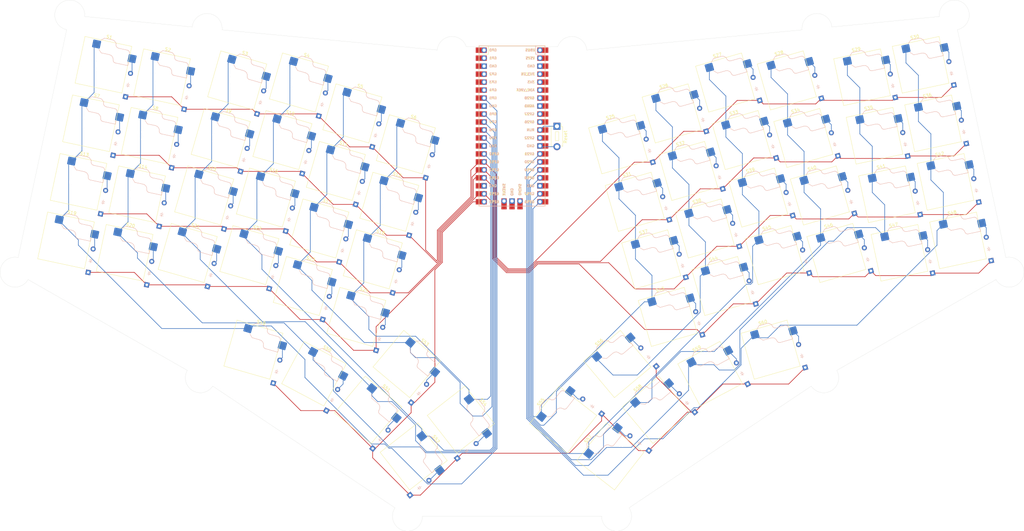
<source format=kicad_pcb>
(kicad_pcb (version 20241229) (generator "pcbnew") (generator_version "9.0")
  (layers (0 "F.Cu" signal) (2 "B.Cu" signal) (13 "F.Paste" user) (15 "B.Paste" user) (5 "F.SilkS" user "F.Silkscreen") (7 "B.SilkS" user "B.Silkscreen") (1 "F.Mask" user) (3 "B.Mask" user) (25 "Edge.Cuts" user))
  (net 0 "")
  (net 1 "Row 0")
  (net 2 "Net-(D1-A)")
  (net 3 "Net-(D2-A)")
  (net 4 "Net-(D3-A)")
  (net 5 "Net-(D4-A)")
  (net 6 "Net-(D5-A)")
  (net 7 "Net-(D6-A)")
  (net 8 "Row 1")
  (net 9 "Net-(D7-A)")
  (net 10 "Net-(D8-A)")
  (net 11 "Net-(D9-A)")
  (net 12 "Net-(D10-A)")
  (net 13 "Net-(D11-A)")
  (net 14 "Net-(D12-A)")
  (net 15 "Net-(D13-A)")
  (net 16 "Row 2")
  (net 17 "Net-(D14-A)")
  (net 18 "Net-(D15-A)")
  (net 19 "Net-(D16-A)")
  (net 20 "Net-(D17-A)")
  (net 21 "Net-(D18-A)")
  (net 22 "Net-(D19-A)")
  (net 23 "Row 3")
  (net 24 "Net-(D20-A)")
  (net 25 "Net-(D21-A)")
  (net 26 "Net-(D22-A)")
  (net 27 "Net-(D23-A)")
  (net 28 "Net-(D24-A)")
  (net 29 "Net-(D25-A)")
  (net 30 "Net-(D26-A)")
  (net 31 "Net-(D27-A)")
  (net 32 "Net-(D28-A)")
  (net 33 "Net-(D29-A)")
  (net 34 "Net-(D30-A)")
  (net 35 "Net-(D31-A)")
  (net 36 "Net-(D32-A)")
  (net 37 "Net-(D33-A)")
  (net 38 "Net-(D34-A)")
  (net 39 "Net-(D35-A)")
  (net 40 "Net-(D36-A)")
  (net 41 "Net-(D37-A)")
  (net 42 "Net-(D38-A)")
  (net 43 "Net-(D39-A)")
  (net 44 "Net-(D40-A)")
  (net 45 "Net-(D41-A)")
  (net 46 "Net-(D42-A)")
  (net 47 "Net-(D43-A)")
  (net 48 "Net-(D44-A)")
  (net 49 "Net-(D45-A)")
  (net 50 "Net-(D46-A)")
  (net 51 "Net-(D47-A)")
  (net 52 "Net-(D48-A)")
  (net 53 "Row 4")
  (net 54 "Net-(D49-A)")
  (net 55 "Net-(D50-A)")
  (net 56 "Net-(D51-A)")
  (net 57 "Net-(D52-A)")
  (net 58 "Net-(D53-A)")
  (net 59 "Net-(D54-A)")
  (net 60 "Net-(D55-A)")
  (net 61 "Net-(D56-A)")
  (net 62 "Net-(D57-A)")
  (net 63 "Net-(D58-A)")
  (net 64 "Net-(D59-A)")
  (net 65 "Net-(D60-A)")
  (net 66 "Gnd")
  (net 67 "Reset")
  (net 68 "Col 0")
  (net 69 "Col 1")
  (net 70 "Col 2")
  (net 71 "Col 3")
  (net 72 "Col 4")
  (net 73 "Col 5")
  (net 74 "Col 6")
  (net 75 "Col 7")
  (net 76 "Col 8")
  (net 77 "Col 9")
  (net 78 "Col 10")
  (net 79 "Col 11")
  (footprint "ScottoKeebs_Hotswap:Hotswap_Choc_V1V2_1.00u" (layer "F.Cu") (at 97.940026 75.096368 -16)
    (property "Reference" "S16")
    (property "Value" "Keyswitch")
  )
  (footprint "ScottoKeebs_Scotto:Standoff_M2x4mm" (layer "F.Cu") (at 316.864096 16.984248 12)
    (property "Reference" "H12" (hide yes))
    (property "Value" "Mounting_Hole" (hide yes))
  )
  (footprint "ScottoKeebs_Hotswap:Hotswap_Choc_V1V2_1.00u" (layer "F.Cu") (at 274.109732 74.423485 16)
    (property "Reference" "S40")
    (property "Value" "Keyswitch")
  )
  (footprint "ScottoKeebs_Hotswap:Hotswap_Choc_V1V2_1.00u" (layer "F.Cu") (at 108.441809 38.472297 -16)
    (property "Reference" "S4")
    (property "Value" "Keyswitch")
  )
  (footprint "ScottoKeebs_MCU:Raspberry_Pi_Pico" (layer "F.Cu") (at 176.2125 52.3)
    (property "Reference" "U1" (hide yes))
    (property "Value" "Raspberry_Pi_Pico" (hide yes))
  )
  (footprint "ScottoKeebs_Scotto:Standoff_M2x4mm" (layer "F.Cu") (at 157.1625 28.575)
    (property "Reference" "H14" (hide yes))
    (property "Value" "Mounting_Hole" (hide yes))
  )
  (footprint "ScottoKeebs_Hotswap:Hotswap_Choc_V1V2_1.00u" (layer "F.Cu") (at 131.938651 94.754168 -16)
    (property "Reference" "S18")
    (property "Value" "Keyswitch")
  )
  (footprint "ScottoKeebs_Hotswap:Hotswap_Choc_V1V2_1.00u" (layer "F.Cu") (at 268.858841 56.111449 16)
    (property "Reference" "S34")
    (property "Value" "Keyswitch")
  )
  (footprint "ScottoKeebs_Hotswap:Hotswap_Choc_V1V2_1.00u" (layer "F.Cu") (at 53.01679 92.680168 -12)
    (property "Reference" "S20")
    (property "Value" "Keyswitch")
  )
  (footprint "ScottoKeebs_Hotswap:Hotswap_Choc_V1V2_1.00u" (layer "F.Cu") (at 232.23477 66.613232 16)
    (property "Reference" "S32")
    (property "Value" "Keyswitch")
  )
  (footprint "ScottoKeebs_Hotswap:Hotswap_Choc_V1V2_1.00u" (layer "F.Cu") (at 103.190916 56.784332 -16)
    (property "Reference" "S10")
    (property "Value" "Keyswitch")
  )
  (footprint "ScottoKeebs_Hotswap:Hotswap_Choc_V1V2_1.00u" (layer "F.Cu") (at 142.709927 128.066777 -40)
    (property "Reference" "S53")
    (property "Value" "Keyswitch")
  )
  (footprint "ScottoKeebs_Hotswap:Hotswap_Choc_V1V2_1.00u" (layer "F.Cu") (at 56.977507 74.046457 -12)
    (property "Reference" "S14")
    (property "Value" "Keyswitch")
  )
  (footprint "ScottoKeebs_Hotswap:Hotswap_Choc_V1V2_1.00u" (layer "F.Cu") (at 142.440434 58.130097 -16)
    (property "Reference" "S6")
    (property "Value" "Keyswitch")
  )
  (footprint "ScottoKeebs_Hotswap:Hotswap_Choc_V1V2_1.00u" (layer "F.Cu") (at 249.234084 56.784332 16)
    (property "Reference" "S33")
    (property "Value" "Keyswitch")
  )
  (footprint "ScottoKeebs_Hotswap:Hotswap_Choc_V1V2_1.00u" (layer "F.Cu") (at 192.474476 145.76194 52)
    (property "Reference" "S55")
    (property "Value" "Keyswitch")
  )
  (footprint "ScottoKeebs_Hotswap:Hotswap_Choc_V1V2_1.00u" (layer "F.Cu") (at 109.688447 103.237302 -16)
    (property "Reference" "S23")
    (property "Value" "Keyswitch")
  )
  (footprint "ScottoKeebs_Scotto:Standoff_M2x4mm" (layer "F.Cu") (at 275.34119 132.457176 16)
    (property "Reference" "H2" (hide yes))
    (property "Value" "Mounting_Hole" (hide yes))
  )
  (footprint "ScottoKeebs_Hotswap:Hotswap_Choc_V1V2_1.00u" (layer "F.Cu") (at 126.687759 113.066203 -16)
    (property "Reference" "S24")
    (property "Value" "Keyswitch")
  )
  (footprint "ScottoKeebs_Hotswap:Hotswap_Choc_V1V2_1.00u" (layer "F.Cu") (at 279.360624 92.735519 16)
    (property "Reference" "S46")
    (property "Value" "Keyswitch")
  )
  (footprint "ScottoKeebs_Hotswap:Hotswap_Choc_V1V2_1.00u" (layer "F.Cu") (at 38.343795 70.085739 -12)
    (property "Reference" "S13")
    (property "Value" "Keyswitch")
  )
  (footprint "ScottoKeebs_Hotswap:Hotswap_Choc_V1V2_1.00u" (layer "F.Cu") (at 209.984566 58.130097 16)
    (property "Reference" "S25")
    (property "Value" "Keyswitch")
  )
  (footprint "ScottoKeebs_Hotswap:Hotswap_Choc_V1V2_1.00u" (layer "F.Cu") (at 60.938225 55.412744 -12)
    (property "Reference" "S8")
    (property "Value" "Keyswitch")
  )
  (footprint "ScottoKeebs_Hotswap:Hotswap_Choc_V1V2_1.00u" (layer "F.Cu") (at 291.486775 55.412744 12)
    (property "Reference" "S35")
    (property "Value" "Keyswitch")
  )
  (footprint "ScottoKeebs_Scotto:Standoff_M2x4mm" (layer "F.Cu") (at 142.960968 176.500499 -52)
    (property "Reference" "H8" (hide yes))
    (property "Value" "Mounting_Hole" (hide yes))
  )
  (footprint "ScottoKeebs_Hotswap:Hotswap_Choc_V1V2_1.00u" (layer "F.Cu") (at 225.737241 113.066203 16)
    (property "Reference" "S43")
    (property "Value" "Keyswitch")
  )
  (footprint "ScottoKeebs_Hotswap:Hotswap_Choc_V1V2_1.00u" (layer "F.Cu") (at 310.120487 51.452027 12)
    (property "Reference" "S36")
    (property "Value" "Keyswitch")
  )
  (footprint "ScottoKeebs_Hotswap:Hotswap_Choc_V1V2_1.00u" (layer "F.Cu") (at 113.223613 131.162969 -28)
    (property "Reference" "S50")
    (property "Value" "Keyswitch")
  )
  (footprint "ScottoKeebs_Hotswap:Hotswap_Choc_V1V2_1.00u" (layer "F.Cu") (at 220.486349 94.754168 16)
    (property "Reference" "S37")
    (property "Value" "Keyswitch")
  )
  (footprint "ScottoKeebs_Hotswap:Hotswap_Choc_V1V2_1.00u" (layer "F.Cu") (at 306.159769 32.818315 12)
    (property "Reference" "S30")
    (property "Value" "Keyswitch")
  )
  (footprint "ScottoKeebs_Hotswap:Hotswap_Choc_V1V2_1.00u" (layer "F.Cu") (at 259.735866 93.408402 16)
    (property "Reference" "S45")
    (property "Value" "Keyswitch")
  )
  (footprint "ScottoKeebs_Hotswap:Hotswap_Choc_V1V2_1.00u" (layer "F.Cu") (at 88.81705 37.799414 -16)
    (property "Reference" "S3")
    (property "Value" "Keyswitch")
  )
  (footprint "ScottoKeebs_Hotswap:Hotswap_Choc_V1V2_1.00u" (layer "F.Cu") (at 287.526058 36.779033 12)
    (property "Reference" "S29")
    (property "Value" "Keyswitch")
  )
  (footprint "ScottoKeebs_Hotswap:Hotswap_Choc_V1V2_1.00u" (layer "F.Cu") (at 73.064376 92.735519 -16)
    (property "Reference" "S21")
    (property "Value" "Keyswitch")
  )
  (footprint "ScottoKeebs_Scotto:Standoff_M2x4mm" (layer "F.Cu") (at 195.2625 28.575)
    (property "Reference" "H10" (hide yes))
    (property "Value" "Mounting_Hole" (hide yes))
  )
  (footprint "ScottoKeebs_Scotto:Standoff_M2x4mm" (layer "F.Cu") (at 18.163892 98.830749 -12)
    (property "Reference" "H6" (hide yes))
    (property "Value" "Mounting_Hole" (hide yes))
  )
  (footprint "ScottoKeebs_Hotswap:Hotswap_Choc_V1V2_1.00u" (layer "F.Cu") (at 215.235458 76.442132 16)
    (property "Reference" "S31")
    (property "Value" "Keyswitch")
  )
  (footprint "ScottoKeebs_Hotswap:Hotswap_Choc_V1V2_1.00u" (layer "F.Cu") (at 130.464822 142.659923 -40)
    (property "Reference" "S51")
    (property "Value" "Keyswitch")
  )
  (footprint "ScottoKeebs_Hotswap:Hotswap_Choc_V1V2_1.00u" (layer "F.Cu") (at 159.950524 145.76194 -52)
    (property "Reference" "S54")
    (property "Value" "Keyswitch")
  )
  (footprint "ScottoKeebs_Hotswap:Hotswap_Choc_V1V2_1.00u" (layer "F.Cu") (at 42.304513 51.452027 -12)
    (property "Reference" "S7")
    (property "Value" "Keyswitch")
  )
  (footprint "ScottoKeebs_Hotswap:Hotswap_Choc_V1V2_1.00u" (layer "F.Cu") (at 207.48608 157.490291 52)
    (property "Reference" "S57")
    (property "Value" "Keyswitch")
  )
  (footprint "ScottoKeebs_Hotswap:Hotswap_Choc_V1V2_1.00u" (layer "F.Cu") (at 137.189542 76.442132 -16)
    (property "Reference" "S12")
    (property "Value" "Keyswitch")
  )
  (footprint "ScottoKeebs_Hotswap:Hotswap_Choc_V1V2_1.00u" (layer "F.Cu") (at 314.081205 70.085739 12)
    (property "Reference" "S42")
    (property "Value" "Keyswitch")
  )
  (footprint "ScottoKeebs_Hotswap:Hotswap_Choc_V1V2_1.00u" (layer "F.Cu") (at 46.265231 32.818315 -12)
    (property "Reference" "S1")
    (property "Value" "Keyswitch")
  )
  (footprint "ScottoKeebs_Scotto:Standoff_M2x4mm" (layer "F.Cu") (at 79.243326 21.25722 -16)
    (property "Reference" "H13" (hide yes))
    (property "Value" "Mounting_Hole" (hide yes))
  )
  (footprint "ScottoKeebs_Hotswap:Hotswap_Choc_V1V2_1.00u" (layer "F.Cu") (at 209.715073 128.066777 40)
    (property "Reference" "S56")
    (property "Value" "Keyswitch")
  )
  (footprint "ScottoKeebs_Hotswap:Hotswap_Choc_V1V2_1.00u" (layer "F.Cu") (at 239.201387 131.162969 28)
    (property "Reference" "S59")
    (property "Value" "Keyswitch")
  )
  (footprint "ScottoKeebs_Hotswap:Hotswap_Choc_V1V2_1.00u" (layer "F.Cu") (at 93.968815 123.5019 -16)
    (property "Reference" "S49")
    (property "Value" "Keyswitch")
  )
  (footprint "ScottoKeebs_Scotto:Standoff_M2x4mm" (layer "F.Cu") (at 273.181674 21.25722 16)
    (property "Reference" "H3" (hide yes))
    (property "Value" "Mounting_Hole" (hide yes))
  )
  (footprint "ScottoKeebs_Components:Button_MJTP1243" (layer "F.Cu") (at 190.5 52.3875 -90)
    (property "Reference" "Reset")
    (property "Value" "Switch")
  )
  (footprint "ScottoKeebs_Hotswap:Hotswap_Choc_V1V2_1.00u" (layer "F.Cu") (at 299.40821 92.680168 12)
    (property "Reference" "S47")
    (property "Value" "Keyswitch")
  )
  (footprint "ScottoKeebs_Hotswap:Hotswap_Choc_V1V2_1.00u" (layer "F.Cu") (at 221.960178 142.659923 40)
    (property "Reference" "S58")
    (property "Value" "Keyswitch")
  )
  (footprint "ScottoKeebs_Hotswap:Hotswap_Choc_V1V2_1.00u" (layer "F.Cu") (at 237.485661 84.925267 16)
    (property "Reference" "S38")
    (property "Value" "Keyswitch")
  )
  (footprint "ScottoKeebs_Scotto:Standoff_M2x4mm" (layer "F.Cu") (at 209.464032 176.500499 52)
    (property "Reference" "H4" (hide yes))
    (property "Value" "Mounting_Hole" (hide yes))
  )
  (footprint "ScottoKeebs_Hotswap:Hotswap_Choc_V1V2_1.00u" (layer "F.Cu") (at 34.383077 88.71945 -12)
    (property "Reference" "S19")
    (property "Value" "Keyswitch")
  )
  (footprint "ScottoKeebs_Hotswap:Hotswap_Choc_V1V2_1.00u" (layer "F.Cu") (at 83.566159 56.111449 -16)
    (property "Reference" "S9")
    (property "Value" "Keyswitch")
  )
  (footprint "ScottoKeebs_Hotswap:Hotswap_Choc_V1V2_1.00u" (layer "F.Cu") (at 242.736553 103.237302 16)
    (property "Reference" "S44")
    (property "Value" "Keyswitch")
  )
  (footprint "ScottoKeebs_Hotswap:Hotswap_Choc_V1V2_1.00u" (layer "F.Cu") (at 144.938919 157.490291 -52)
    (property "Reference" "S52")
    (property "Value" "Keyswitch")
  )
  (footprint "ScottoKeebs_Hotswap:Hotswap_Choc_V1V2_1.00u" (layer "F.Cu") (at 254.484974 75.096368 16)
    (property "Reference" "S39")
    (property "Value" "Keyswitch")
  )
  (footprint "ScottoKeebs_Hotswap:Hotswap_Choc_V1V2_1.00u" (layer "F.Cu") (at 78.315268 74.423485 -16)
    (property "Reference" "S15")
    (property "Value" "Keyswitch")
  )
  (footprint "ScottoKeebs_Hotswap:Hotswap_Choc_V1V2_1.00u" (layer "F.Cu") (at 114.939339 84.925268 -16)
    (property "Reference" "S17")
    (property "Value" "Keyswitch")
  )
  (footprint "ScottoKeebs_Scotto:Standoff_M2x4mm" (layer "F.Cu") (at 334.261108 98.830749 12)
    (property "Reference" "H7" (hide yes))
    (property "Value" "Mounting_Hole" (hide yes))
  )
  (footprint "ScottoKeebs_Scotto:Standoff_M2x4mm" (layer "F.Cu") (at 77.08381 132.457176 -16)
    (property "Reference" "H11" (hide yes))
    (property "Value" "Mounting_Hole" (hide yes))
  )
  (footprint "ScottoKeebs_Hotswap:Hotswap_Choc_V1V2_1.00u" (layer "F.Cu") (at 92.689134 93.408402 -16)
    (property "Reference" "S22")
    (property "Value" "Keyswitch")
  )
  (footprint "ScottoKeebs_Hotswap:Hotswap_Choc_V1V2_1.00u" (layer "F.Cu") (at 243.983191 38.472297 16)
    (property "Reference" "S27")
    (property "Value" "Keyswitch")
  )
  (footprint "ScottoKeebs_Scotto:Standoff_M2x4mm" (layer "F.Cu") (at 35.560904 16.984248 -12)
    (property "Reference" "H1" (hide yes))
    (property "Value" "Mounting_Hole" (hide yes))
  )
  (footprint "ScottoKeebs_Hotswap:Hotswap_Choc_V1V2_1.00u" (layer "F.Cu") (at 263.60795 37.799414 16)
    (property "Reference" "S28")
    (property "Value" "Keyswitch")
  )
  (footprint "ScottoKeebs_Hotswap:Hotswap_Choc_V1V2_1.00u" (layer "F.Cu") (at 64.898942 36.779033 -12)
    (property "Reference" "S2")
    (property "Value" "Keyswitch")
  )
  (footprint "ScottoKeebs_Hotswap:Hotswap_Choc_V1V2_1.00u" (layer "F.Cu") (at 226.983879 48.301196 16)
    (property "Reference" "S26")
    (property "Value" "Keyswitch")
  )
  (footprint "ScottoKeebs_Hotswap:Hotswap_Choc_V1V2_1.00u" (layer "F.Cu") (at 120.19023 66.613232 -16)
    (property "Reference" "S11")
    (property "Value" "Keyswitch")
  )
  (footprint "ScottoKeebs_Hotswap:Hotswap_Choc_V1V2_1.00u" (layer "F.Cu") (at 125.441121 48.301196 -16)
    (property "Reference" "S5")
    (property "Value" "Keyswitch")
  )
  (footprint "ScottoKeebs_Hotswap:Hotswap_Choc_V1V2_1.00u" (layer "F.Cu") (at 318.041923 88.71945 12)
    (property "Reference" "S48")
    (property "Value" "Keyswitch")
  )
  (footprint "ScottoKeebs_Hotswap:Hotswap_Choc_V1V2_1.00u" (layer "F.Cu") (at 258.456185 123.5019 16)
    (property "Reference" "S60")
    (property "Value" "Keyswitch")
  )
  (footprint "ScottoKeebs_Hotswap:Hotswap_Choc_V1V2_1.00u" (layer "F.Cu") (at 295.447493 74.046457 12)
    (property "Reference" "S41")
    (property "Value" "Keyswitch")
  )
  (footprint "ScottoKeebs_Components:Diode_DO-35" (layer "B.Cu") (at 279.853113 61.801437 106)
    (property "Reference" "D34" (hide yes))
    (property "Value" "Diode" (hide yes))
  )
  (footprint "ScottoKeebs_Components:Diode_DO-35" (layer "B.Cu") (at 270.730139 99.09839 106)
    (property "Reference" "D45" (hide yes))
    (property "Value" "Diode" (hide yes))
  )
  (footprint "ScottoKeebs_Components:Diode_DO-35" (layer "B.Cu") (at 231.480622 100.444155 106)
    (property "Reference" "D37" (hide yes))
    (property "Value" "Diode" (hide yes))
  )
  (footprint "ScottoKeebs_Components:Diode_DO-35" (layer "B.Cu") (at 60.052869 102.865628 78)
    (property "Reference" "D20" (hide yes))
    (property "Value" "Diode" (hide yes))
  )
  (footprint "ScottoKeebs_Components:Diode_DO-35" (layer "B.Cu") (at 234.318272 143.386214 130)
    (property "Reference" "D58" (hide yes))
    (property "Value" "Diode" (hide yes))
  )
  (footprint "ScottoKeebs_Components:Diode_DO-35" (layer "B.Cu") (at 324.651782 76.528788 102)
    (property "Reference" "D42" (hide yes))
    (property "Value" "Diode" (hide yes))
  )
  (footprint "ScottoKeebs_Components:Diode_DO-35" (layer "B.Cu") (at 298.096634 43.222082 102)
    (property "Reference" "D29" (hide yes))
    (property "Value" "Diode" (hide yes))
  )
  (footprint "ScottoKeebs_Components:Diode_DO-35" (layer "B.Cu") (at 302.057353 61.855795 102)
    (property "Reference" "D35" (hide yes))
    (property "Value" "Diode" (hide yes))
  )
  (footprint "ScottoKeebs_Components:Diode_DO-35" (layer "B.Cu") (at 158.793385 158.087162 38)
    (property "Reference" "D54" (hide yes))
    (property "Value" "Diode" (hide yes))
  )
  (footprint "ScottoKeebs_Components:Diode_DO-35" (layer "B.Cu") (at 251.138423 134.44278 118)
    (property "Reference" "D59" (hide yes))
    (property "Value" "Diode" (hide yes))
  )
  (footprint "ScottoKeebs_Components:Diode_DO-35" (layer "B.Cu") (at 114.750246 49.123756 74)
    (property "Reference" "D4" (hide yes))
    (property "Value" "Diode" (hide yes))
  )
  (footprint "ScottoKeebs_Components:Diode_DO-35" (layer "B.Cu") (at 89.874597 66.762909 74)
    (property "Reference" "D9" (hide yes))
    (property "Value" "Diode" (hide yes))
  )
  (footprint "ScottoKeebs_Components:Diode_DO-35" (layer "B.Cu") (at 290.354896 98.425508 106)
    (property "Reference" "D46" (hide yes))
    (property "Value" "Diode" (hide yes))
  )
  (footprint "ScottoKeebs_Components:Diode_DO-35" (layer "B.Cu") (at 253.730826 108.927291 106)
    (property "Reference" "D44" (hide yes))
    (property "Value" "Diode" (hide yes))
  )
  (footprint "ScottoKeebs_Components:Diode_DO-35" (layer "B.Cu") (at 45.379875 80.271199 78)
    (property "Reference" "D13" (hide yes))
    (property "Value" "Diode" (hide yes))
  )
  (footprint "ScottoKeebs_Components:Diode_DO-35" (layer "B.Cu") (at 328.6125 95.1625 102)
    (property "Reference" "D48" (hide yes))
    (property "Value" "Diode" (hide yes))
  )
  (footprint "ScottoKeebs_Components:Diode_DO-35" (layer "B.Cu") (at 100.277252 134.153362 74)
    (property "Reference" "D49" (hide yes))
    (property "Value" "Diode" (hide yes))
  )
  (footprint "ScottoKeebs_Components:Diode_DO-35" (layer "B.Cu") (at 237.978152 53.991185 106)
    (property "Reference" "D26" (hide yes))
    (property "Value" "Diode" (hide yes))
  )
  (footprint "ScottoKeebs_Components:Diode_DO-35" (layer "B.Cu") (at 265.479246 80.786355 106)
    (property "Reference" "D39" (hide yes))
    (property "Value" "Diode" (hide yes))
  )
  (footprint "ScottoKeebs_Components:Diode_DO-35" (layer "B.Cu") (at 98.997571 104.059863 74)
    (property "Reference" "D22" (hide yes))
    (property "Value" "Diode" (hide yes))
  )
  (footprint "ScottoKeebs_Components:Diode_DO-35" (layer "B.Cu") (at 131.895529 154.956391 50)
    (property "Reference" "D51" (hide yes))
    (property "Value" "Diode" (hide yes))
  )
  (footprint "ScottoKeebs_Components:Diode_DO-35" (layer "B.Cu") (at 104.248463 85.747826 74)
    (property "Reference" "D16" (hide yes))
    (property "Value" "Diode" (hide yes))
  )
  (footprint "ScottoKeebs_Components:Diode_DO-35" (layer "B.Cu") (at 64.013587 84.231916 78)
    (property "Reference" "D14" (hide yes))
    (property "Value" "Diode" (hide yes))
  )
  (footprint "ScottoKeebs_Components:Diode_DO-35" (layer "B.Cu") (at 274.602223 43.489401 106)
    (property "Reference" "D28" (hide yes))
    (property "Value" "Diode" (hide yes))
  )
  (footprint "ScottoKeebs_Components:Diode_DO-35" (layer "B.Cu") (at 236.731513 118.756191 106)
    (property "Reference" "D43" (hide yes))
    (property "Value" "Diode" (hide yes))
  )
  (footprint "ScottoKeebs_Components:Diode_DO-35" (layer "B.Cu") (at 95.125488 48.450873 74)
    (property "Reference" "D3" (hide yes))
    (property "Value" "Diode" (hide yes))
  )
  (footprint "ScottoKeebs_Components:Diode_DO-35" (layer "B.Cu") (at 243.229043 72.30322 106)
    (property "Reference" "D32" (hide yes))
    (property "Value" "Diode" (hide yes))
  )
  (footprint "ScottoKeebs_Components:Diode_DO-35" (layer "B.Cu") (at 41.419157 98.904911 78)
    (property "Reference" "D19" (hide yes))
    (property "Value" "Diode" (hide yes))
  )
  (footprint "ScottoKeebs_Components:Diode_DO-35" (layer "B.Cu") (at 309.978788 99.123218 102)
    (property "Reference" "D47" (hide yes))
    (property "Value" "Diode" (hide yes))
  )
  (footprint "ScottoKeebs_Components:Diode_DO-35" (layer "B.Cu") (at 121.247776 95.576727 74)
    (property "Reference" "D17" (hide yes))
    (property "Value" "Diode" (hide yes))
  )
  (footprint "ScottoKeebs_Components:Diode_DO-35" (layer "B.Cu") (at 285.104005 80.113472 106)
    (property "Reference" "D40" (hide yes))
    (property "Value" "Diode" (hide yes))
  )
  (footprint "ScottoKeebs_Components:Diode_DO-35" (layer "B.Cu") (at 269.450458 129.191888 106)
    (property "Reference" "D60" (hide yes))
    (property "Value" "Diode" (hide yes))
  )
  (footprint "ScottoKeebs_Components:Diode_DO-35" (layer "B.Cu") (at 131.749559 58.952657 74)
    (property "Reference" "D5" (hide yes))
    (property "Value" "Diode" (hide yes))
  )
  (footprint "ScottoKeebs_Components:Diode_DO-35" (layer "B.Cu") (at 144.140634 140.363245 50)
    (property "Reference" "D53" (hide yes))
    (property "Value" "Diode" (hide yes))
  )
  (footprint "ScottoKeebs_Components:Diode_DO-35" (layer "B.Cu") (at 143.781781 169.815512 38)
    (property "Reference" "D52" (hide yes))
    (property "Value" "Diode" (hide yes))
  )
  (footprint "ScottoKeebs_Components:Diode_DO-35" (layer "B.Cu") (at 109.499355 67.435792 74)
    (property "Reference" "D10" (hide yes))
    (property "Value" "Diode" (hide yes))
  )
  (footprint "ScottoKeebs_Components:Diode_DO-35" (layer "B.Cu") (at 226.22973 82.132121 106)
    (property "Reference" "D31" (hide yes))
    (property "Value" "Diode" (hide yes))
  )
  (footprint "ScottoKeebs_Components:Diode_DO-35" (layer "B.Cu") (at 49.340593 61.637486 78)
    (property "Reference" "D7" (hide yes))
    (property "Value" "Diode" (hide yes))
  )
  (footprint "ScottoKeebs_Components:Diode_DO-35" (layer "B.Cu") (at 306.018071 80.489506 102)
    (property "Reference" "D41" (hide yes))
    (property "Value" "Diode" (hide yes))
  )
  (footprint "ScottoKeebs_Components:Diode_DO-35" (layer "B.Cu") (at 220.978838 63.820085 106)
    (property "Reference" "D25" (hide yes))
    (property "Value" "Diode" (hide yes))
  )
  (footprint "ScottoKeebs_Components:Diode_DO-35" (layer "B.Cu") (at 117.179635 142.893269 62)
    (property "Reference" "D50" (hide yes))
    (property "Value" "Diode" (hide yes))
  )
  (footprint "ScottoKeebs_Components:Diode_DO-35" (layer "B.Cu") (at 222.073167 128.793068 130)
    (property "Reference" "D56" (hide yes))
    (property "Value" "Diode" (hide yes))
  )
  (footprint "ScottoKeebs_Components:Diode_DO-35" (layer "B.Cu") (at 53.30131 43.003775 78)
    (property "Reference" "D1" (hide yes))
    (property "Value" "Diode" (hide yes))
  )
  (footprint "ScottoKeebs_Components:Diode_DO-35" (layer "B.Cu") (at 320.691065 57.895077 102)
    (property "Reference" "D36" (hide yes))
    (property "Value" "Diode" (hide yes))
  )
  (footprint "ScottoKeebs_Components:Diode_DO-35" (layer "B.Cu") (at 260.228355 62.47432 106)
    (property "Reference" "D33" (hide yes))
    (property "Value" "Diode" (hide yes))
  )
  (footprint "ScottoKeebs_Components:Diode_DO-35" (layer "B.Cu") (at 126.498667 77.264694 74)
    (property "Reference" "D11" (hide yes))
    (property "Value" "Diode" (hide yes))
  )
  (footprint "ScottoKeebs_Components:Diode_DO-35" (layer "B.Cu") (at 143.497979 87.093593 74)
    (property "Reference" "D12" (hide yes))
    (property "Value" "Diode" (hide yes))
  )
  (footprint "ScottoKeebs_Components:Diode_DO-35" (layer "B.Cu") (at 79.372813 103.38698 74)
    (property "Reference" "D21" (hide yes))
    (property "Value" "Diode" (hide yes))
  )
  (footprint "ScottoKeebs_Components:Diode_DO-35" (layer "B.Cu") (at 148.748871 68.781558 74)
    (property "Reference" "D6" (hide yes))
    (property "Value" "Diode" (hide yes))
  )
  (footprint "ScottoKeebs_Components:Diode_DO-35" (layer "B.Cu") (at 138.247088 105.405629 74)
    (property "Reference" "D18" (hide yes))
    (property "Value" "Diode" (hide yes))
  )
  (footprint "ScottoKeebs_Components:Diode_DO-35" (layer "B.Cu") (at 84.623706 85.074945 74)
    (property "Reference" "D15" (hide yes))
    (property "Value" "Diode" (hide yes))
  )
  (footprint "ScottoKeebs_Components:Diode_DO-35" (layer "B.Cu") (at 219.725123 155.631319 142)
    (property "Reference" "D57" (hide yes))
    (property "Value" "Diode" (hide yes))
  )
  (footprint "ScottoKeebs_Components:Diode_DO-35" (layer "B.Cu") (at 316.730348 39.261365 102)
    (property "Reference" "D30" (hide yes))
    (property "Value" "Diode" (hide yes))
  )
  (footprint "ScottoKeebs_Components:Diode_DO-35" (layer "B.Cu") (at 248.479935 90.615255 106)
    (property "Reference" "D38" (hide yes))
    (property "Value" "Diode" (hide yes))
  )
  (footprint "ScottoKeebs_Components:Diode_DO-35" (layer "B.Cu") (at 132.996196 123.717664 74)
    (property "Reference" "D24" (hide yes))
    (property "Value" "Diode" (hide yes))
  )
  (footprint "ScottoKeebs_Components:Diode_DO-35" (layer "B.Cu") (at 71.935022 46.964493 78)
    (property "Reference" "D2" (hide yes))
    (property "Value" "Diode" (hide yes))
  )
  (footprint "ScottoKeebs_Components:Diode_DO-35" (layer "B.Cu") (at 67.974304 65.598205 78)
    (property "Reference" "D8" (hide yes))
    (property "Value" "Diode" (hide yes))
  )
  (footprint "ScottoKeebs_Components:Diode_DO-35" (layer "B.Cu") (at 204.713519 143.902966 142)
    (property "Reference" "D55" (hide yes))
    (property "Value" "Diode" (hide yes))
  )
  (footprint "ScottoKeebs_Components:Diode_DO-35" (layer "B.Cu") (at 254.977464 44.162285 106)
    (property "Reference" "D27" (hide yes))
    (property "Value" "Diode" (hide yes))
  )
  (footprint "ScottoKeebs_Components:Diode_DO-35" (layer "B.Cu") (at 115.996884 113.888763 74)
    (property "Reference" "D23" (hide yes))
    (property "Value" "Diode" (hide yes))
  )
  (gr_arc (start 190.744417 27.068966) (mid 195.80452 23.843451) (end 200.004135 28.129687) (stroke (width 0.05)) (layer "Edge.Cuts"))
  (gr_arc (start 213.423195 173.853532) (mid 213.664484 178.744962) (end 209.464032 181.262999) (stroke (width 0.05)) (layer "Edge.Cuts"))
  (gr_line (start 271.38205 135.104143) (end 213.423195 173.853533) (stroke (width 0.05)) (layer "Edge.Cuts"))
  (gr_line (start 22.300172 101.19138) (end 72.94753 130.096543) (stroke (width 0.05)) (layer "Edge.Cuts"))
  (gr_arc (start 147.723468 176.500499) (mid 146.328564 179.868095) (end 142.960968 181.262999) (stroke (width 0.05)) (layer "Edge.Cuts"))
  (gr_arc (start 209.464032 181.262999) (mid 206.096436 179.868095) (end 204.701532 176.500499) (stroke (width 0.05)) (layer "Edge.Cuts"))
  (gr_arc (start 74.503449 20.79357) (mid 76.043852 17.729506) (end 79.243326 16.49472) (stroke (width 0.05)) (layer "Edge.Cuts"))
  (gr_arc (start 316.864096 12.221748) (mid 321.600507 16.486431) (end 317.854275 21.642676) (stroke (width 0.05)) (layer "Edge.Cuts"))
  (gr_arc (start 279.47747 130.096543) (mid 279.45968 134.848712) (end 275.34119 137.219676) (stroke (width 0.05)) (layer "Edge.Cuts"))
  (gr_arc (start 333.270929 94.172321) (mid 337.258247 95.129592) (end 339.023608 98.830749) (stroke (width 0.05)) (layer "Edge.Cuts"))
  (gr_line (start 74.50345 20.79357) (end 40.300781 17.447819) (stroke (width 0.05)) (layer "Edge.Cuts"))
  (gr_line (start 330.124837 101.191383) (end 279.47747 130.096545) (stroke (width 0.05)) (layer "Edge.Cuts"))
  (gr_arc (start 30.798404 16.984248) (mid 35.793005 12.227407) (end 40.300781 17.447898) (stroke (width 0.05)) (layer "Edge.Cuts"))
  (gr_line (start 204.701502 176.500499) (end 147.723468 176.500499) (stroke (width 0.05)) (layer "Edge.Cuts"))
  (gr_arc (start 34.570725 21.642676) (mid 31.859747 19.981387) (end 30.798404 16.984248) (stroke (width 0.05)) (layer "Edge.Cuts"))
  (gr_arc (start 18.163892 103.593249) (mid 13.427481 98.332932) (end 19.154071 94.172321) (stroke (width 0.05)) (layer "Edge.Cuts"))
  (gr_arc (start 77.08381 137.219676) (mid 72.96532 134.848712) (end 72.94753 130.096543) (stroke (width 0.05)) (layer "Edge.Cuts"))
  (gr_arc (start 275.34119 137.219676) (mid 273.096727 136.657628) (end 271.382027 135.104143) (stroke (width 0.05)) (layer "Edge.Cuts"))
  (gr_line (start 152.420865 28.129689) (end 83.984961 21.702022) (stroke (width 0.05)) (layer "Edge.Cuts"))
  (gr_line (start 190.744406 27.06897) (end 161.680603 27.068965) (stroke (width 0.05)) (layer "Edge.Cuts"))
  (gr_arc (start 22.300172 101.191382) (mid 20.555428 102.949239) (end 18.163892 103.593249) (stroke (width 0.05)) (layer "Edge.Cuts"))
  (gr_arc (start 273.181674 16.494674) (mid 276.381179 17.729471) (end 277.921597 20.793565) (stroke (width 0.05)) (layer "Edge.Cuts"))
  (gr_arc (start 79.243326 16.49472) (mid 82.764846 18.050928) (end 83.984961 21.702531) (stroke (width 0.05)) (layer "Edge.Cuts"))
  (gr_arc (start 81.042973 135.104143) (mid 79.328273 136.657628) (end 77.08381 137.219676) (stroke (width 0.05)) (layer "Edge.Cuts"))
  (gr_line (start 268.44004 21.702531) (end 200.004135 28.129687) (stroke (width 0.05)) (layer "Edge.Cuts"))
  (gr_arc (start 339.02361 98.830749) (mid 335.482249 103.434035) (end 330.124826 101.191383) (stroke (width 0.05)) (layer "Edge.Cuts"))
  (gr_arc (start 142.960968 181.262999) (mid 138.760516 178.744962) (end 139.001805 173.853532) (stroke (width 0.05)) (layer "Edge.Cuts"))
  (gr_arc (start 268.440039 21.702531) (mid 269.660155 18.050928) (end 273.181674 16.49472) (stroke (width 0.05)) (layer "Edge.Cuts"))
  (gr_line (start 317.854275 21.642579) (end 333.270929 94.172322) (stroke (width 0.05)) (layer "Edge.Cuts"))
  (gr_line (start 139.001809 173.853532) (end 81.042973 135.104141) (stroke (width 0.05)) (layer "Edge.Cuts"))
  (gr_line (start 34.570725 21.642675) (end 19.154059 94.172321) (stroke (width 0.05)) (layer "Edge.Cuts"))
  (gr_arc (start 152.420864 28.129689) (mid 156.620489 23.843443) (end 161.680603 27.068965) (stroke (width 0.05)) (layer "Edge.Cuts"))
  (gr_arc (start 312.124219 17.447898) (mid 313.336382 13.784774) (end 316.864096 12.221748) (stroke (width 0.05)) (layer "Edge.Cuts"))
  (gr_line (start 312.124219 17.447892) (end 277.921597 20.793487) (stroke (width 0.05)) (layer "Edge.Cuts"))
  (segment (start 256.094277 45.279098) (end 272.812526 45.279098) (width 0.2) (layer "F.Cu") (net 1))
  (segment (start 163.1105 66.38) (end 165.7605 63.73) (width 0.2) (layer "F.Cu") (net 1))
  (segment (start 148.748871 91.777385) (end 152.196486 95.225) (width 0.2) (layer "F.Cu") (net 1))
  (segment (start 152.4595 85.4897) (end 163.1105 74.8387) (width 0.2) (layer "F.Cu") (net 1))
  (segment (start 163.1105 74.8387) (end 163.1105 66.38) (width 0.2) (layer "F.Cu") (net 1))
  (segment (start 148.748871 68.781558) (end 148.748871 91.777385) (width 0.2) (layer "F.Cu") (net 1))
  (segment (start 298.096634 43.222082) (end 312.769631 43.222082) (width 0.2) (layer "F.Cu") (net 1))
  (segment (start 171.2155 67.623) (end 167.3225 63.73) (width 0.2) (layer "F.Cu") (net 1))
  (segment (start 174.9296 97.775) (end 171.2155 94.0609) (width 0.2) (layer "F.Cu") (net 1))
  (segment (start 152.196486 95.225) (end 152.2095 95.225) (width 0.2) (layer "F.Cu") (net 1))
  (segment (start 141.57846 68.781558) (end 148.748871 68.781558) (width 0.2) (layer "F.Cu") (net 1))
  (segment (start 247.807052 44.162285) (end 254.977464 44.162285) (width 0.2) (layer "F.Cu") (net 1))
  (segment (start 220.978838 63.820085) (end 215.117415 63.820085) (width 0.2) (layer "F.Cu") (net 1))
  (segment (start 53.30131 43.003775) (end 67.974304 43.003775) (width 0.2) (layer "F.Cu") (net 1))
  (segment (start 215.117415 63.820085) (end 181.1625 97.775) (width 0.2) (layer "F.Cu") (net 1))
  (segment (start 171.2155 94.0609) (end 171.2155 67.623) (width 0.2) (layer "F.Cu") (net 1))
  (segment (start 114.750246 49.123756) (end 114.077363 48.450873) (width 0.2) (layer "F.Cu") (net 1))
  (segment (start 152.4595 94.975) (end 152.4595 85.4897) (width 0.2) (layer "F.Cu") (net 1))
  (segment (start 272.812526 45.279098) (end 274.602223 43.489401) (width 0.2) (layer "F.Cu") (net 1))
  (segment (start 165.7605 63.73) (end 167.3225 63.73) (width 0.2) (layer "F.Cu") (net 1))
  (segment (start 93.639108 46.964493) (end 95.125488 48.450873) (width 0.2) (layer "F.Cu") (net 1))
  (segment (start 275.249001 44.136179) (end 297.182537 44.136179) (width 0.2) (layer "F.Cu") (net 1))
  (segment (start 220.978838 63.820085) (end 230.807738 53.991185) (width 0.2) (layer "F.Cu") (net 1))
  (segment (start 152.2095 95.225) (end 152.4595 94.975) (width 0.2) (layer "F.Cu") (net 1))
  (segment (start 230.807738 53.991185) (end 237.978152 53.991185) (width 0.2) (layer "F.Cu") (net 1))
  (segment (start 71.935022 46.964493) (end 93.639108 46.964493) (width 0.2) (layer "F.Cu") (net 1))
  (segment (start 297.182537 44.136179) (end 298.096634 43.222082) (width 0.2) (layer "F.Cu") (net 1))
  (segment (start 274.602223 43.489401) (end 275.249001 44.136179) (width 0.2) (layer "F.Cu") (net 1))
  (segment (start 114.750246 49.123756) (end 124.579147 58.952657) (width 0.2) (layer "F.Cu") (net 1))
  (segment (start 124.579147 58.952657) (end 131.749559 58.952657) (width 0.2) (layer "F.Cu") (net 1))
  (segment (start 131.749559 58.952657) (end 141.57846 68.781558) (width 0.2) (layer "F.Cu") (net 1))
  (segment (start 67.974304 43.003775) (end 71.935022 46.964493) (width 0.2) (layer "F.Cu") (net 1))
  (segment (start 254.977464 44.162285) (end 256.094277 45.279098) (width 0.2) (layer "F.Cu") (net 1))
  (segment (start 181.1625 97.775) (end 174.9296 97.775) (width 0.2) (layer "F.Cu") (net 1))
  (segment (start 237.978152 53.991185) (end 247.807052 44.162285) (width 0.2) (layer "F.Cu") (net 1))
  (segment (start 312.769631 43.222082) (end 316.730348 39.261365) (width 0.2) (layer "F.Cu") (net 1))
  (segment (start 114.077363 48.450873) (end 95.125488 48.450873) (width 0.2) (layer "F.Cu") (net 1))
  (segment (start 55.36955 30.868604) (end 55.36955 35.066341) (width 0.2) (layer "B.Cu") (net 2))
  (segment (start 55.36955 35.066341) (end 54.8856 35.550291) (width 0.2) (layer "B.Cu") (net 2))
  (segment (start 74.003261 34.829322) (end 74.003261 39.02706) (width 0.2) (layer "B.Cu") (net 3))
  (segment (start 74.003261 39.02706) (end 73.519312 39.511009) (width 0.2) (layer "B.Cu") (net 3))
  (segment (start 98.035196 36.489538) (end 98.035196 40.316712) (width 0.2) (layer "B.Cu") (net 4))
  (segment (start 98.035196 40.316712) (end 97.225848 41.12606) (width 0.2) (layer "B.Cu") (net 4))
  (segment (start 117.659955 40.989594) (end 116.850606 41.798943) (width 0.2) (layer "B.Cu") (net 5))
  (segment (start 117.659955 37.162421) (end 117.659955 40.989594) (width 0.2) (layer "B.Cu") (net 5))
  (segment (start 134.659267 46.99132) (end 134.659267 50.818496) (width 0.2) (layer "B.Cu") (net 6))
  (segment (start 134.659267 50.818496) (end 133.849919 51.627844) (width 0.2) (layer "B.Cu") (net 6))
  (segment (start 151.65858 60.647396) (end 150.849231 61.456745) (width 0.2) (layer "B.Cu") (net 7))
  (segment (start 151.65858 56.820221) (end 151.65858 60.647396) (width 0.2) (layer "B.Cu") (net 7))
  (segment (start 261.479035 63.725) (end 277.92955 63.725) (width 0.2) (layer "F.Cu") (net 8))
  (segment (start 109.499355 67.435792) (end 119.328257 77.264694) (width 0.2) (layer "F.Cu") (net 8))
  (segment (start 301.272386 62.640762) (end 302.057353 61.855795) (width 0.2) (layer "F.Cu") (net 8))
  (segment (start 260.228355 62.47432) (end 261.479035 63.725) (width 0.2) (layer "F.Cu") (net 8))
  (segment (start 163.5115 75.0048) (end 163.5115 68.519) (width 0.2) (layer "F.Cu") (net 8))
  (segment (start 152.8605 85.6558) (end 163.5115 75.0048) (width 0.2) (layer "F.Cu") (net 8))
  (segment (start 67.974304 65.598205) (end 88.709893 65.598205) (width 0.2) (layer "F.Cu") (net 8))
  (segment (start 217.605379 82.132121) (end 204.3125 95.425) (width 0.2) (layer "F.Cu") (net 8))
  (segment (start 64.013585 61.637486) (end 67.974304 65.598205) (width 0.2) (layer "F.Cu") (net 8))
  (segment (start 136.327566 87.093593) (end 143.497979 87.093593) (width 0.2) (layer "F.Cu") (net 8))
  (segment (start 279.853113 61.801437) (end 280.692438 62.640762) (width 0.2) (layer "F.Cu") (net 8))
  (segment (start 280.692438 62.640762) (end 301.272386 62.640762) (width 0.2) (layer "F.Cu") (net 8))
  (segment (start 243.229043 72.30322) (end 253.057943 62.47432) (width 0.2) (layer "F.Cu") (net 8))
  (segment (start 126.498667 77.264694) (end 136.327566 87.093593) (width 0.2) (layer "F.Cu") (net 8))
  (segment (start 152.8605 95.1928) (end 152.8605 85.6558) (width 0.2) (layer "F.Cu") (net 8))
  (segment (start 49.340593 61.637486) (end 64.013585 61.637486) (width 0.2) (layer "F.Cu") (net 8))
  (segment (start 88.709893 65.598205) (end 89.874597 66.762909) (width 0.2) (layer "F.Cu") (net 8))
  (segment (start 184.0796 95.425) (end 181.3286 98.176) (width 0.2) (layer "F.Cu") (net 8))
  (segment (start 143.497979 87.093593) (end 152.228843 95.824457) (width 0.2) (layer "F.Cu") (net 8))
  (segment (start 108.826472 66.762909) (end 89.874597 66.762909) (width 0.2) (layer "F.Cu") (net 8))
  (segment (start 163.5115 68.519) (end 165.7605 66.27) (width 0.2) (layer "F.Cu") (net 8))
  (segment (start 152.228843 95.824457) (end 152.8605 95.1928) (width 0.2) (layer "F.Cu") (net 8))
  (segment (start 204.3125 95.425) (end 184.0796 95.425) (width 0.2) (layer "F.Cu") (net 8))
  (segment (start 316.730347 61.855795) (end 320.691065 57.895077) (width 0.2) (layer "F.Cu") (net 8))
  (segment (start 181.3286 98.176) (end 174.7635 98.176) (width 0.2) (layer "F.Cu") (net 8))
  (segment (start 302.057353 61.855795) (end 316.730347 61.855795) (width 0.2) (layer "F.Cu") (net 8))
  (segment (start 174.7635 98.176) (end 170.8145 94.227) (width 0.2) (layer "F.Cu") (net 8))
  (segment (start 170.8145 69.762) (end 167.3225 66.27) (width 0.2) (layer "F.Cu") (net 8))
  (segment (start 226.22973 82.132121) (end 236.058631 72.30322) (width 0.2) (layer "F.Cu") (net 8))
  (segment (start 253.057943 62.47432) (end 260.228355 62.47432) (width 0.2) (layer "F.Cu") (net 8))
  (segment (start 165.7605 66.27) (end 167.3225 66.27) (width 0.2) (layer "F.Cu") (net 8))
  (segment (start 236.058631 72.30322) (end 243.229043 72.30322) (width 0.2) (layer "F.Cu") (net 8))
  (segment (start 109.499355 67.435792) (end 108.826472 66.762909) (width 0.2) (layer "F.Cu") (net 8))
  (segment (start 226.22973 82.132121) (end 217.605379 82.132121) (width 0.2) (layer "F.Cu") (net 8))
  (segment (start 119.328257 77.264694) (end 126.498667 77.264694) (width 0.2) (layer "F.Cu") (net 8))
  (segment (start 277.92955 63.725) (end 279.853113 61.801437) (width 0.2) (layer "F.Cu") (net 8))
  (segment (start 170.8145 94.227) (end 170.8145 69.762) (width 0.2) (layer "F.Cu") (net 8))
  (segment (start 51.408832 53.700053) (end 50.924883 54.184002) (width 0.2) (layer "B.Cu") (net 9))
  (segment (start 51.408832 49.502316) (end 51.408832 53.700053) (width 0.2) (layer "B.Cu") (net 9))
  (segment (start 70.042544 57.660771) (end 69.558594 58.144721) (width 0.2) (layer "B.Cu") (net 10))
  (segment (start 70.042544 53.463033) (end 70.042544 57.660771) (width 0.2) (layer "B.Cu") (net 10))
  (segment (start 92.784305 54.801573) (end 92.784305 58.628748) (width 0.2) (layer "B.Cu") (net 11))
  (segment (start 92.784305 58.628748) (end 91.974957 59.438096) (width 0.2) (layer "B.Cu") (net 11))
  (segment (start 112.409062 59.301632) (end 111.599715 60.110979) (width 0.2) (layer "B.Cu") (net 12))
  (segment (start 112.409062 55.474456) (end 112.409062 59.301632) (width 0.2) (layer "B.Cu") (net 12))
  (segment (start 129.408376 69.130532) (end 128.599027 69.939881) (width 0.2) (layer "B.Cu") (net 13))
  (segment (start 129.408376 65.303356) (end 129.408376 69.130532) (width 0.2) (layer "B.Cu") (net 13))
  (segment (start 146.407688 78.959431) (end 145.598339 79.76878) (width 0.2) (layer "B.Cu") (net 14))
  (segment (start 146.407688 75.132256) (end 146.407688 78.959431) (width 0.2) (layer "B.Cu") (net 14))
  (segment (start 47.448114 68.136028) (end 47.448114 72.333766) (width 0.2) (layer "B.Cu") (net 15))
  (segment (start 47.448114 72.333766) (end 46.964165 72.817715) (width 0.2) (layer "B.Cu") (net 15))
  (segment (start 283.314308 81.903169) (end 285.104005 80.113472) (width 0.2) (layer "F.Cu") (net 16))
  (segment (start 114.077364 95.576727) (end 121.247776 95.576727) (width 0.2) (layer "F.Cu") (net 16))
  (segment (start 103.575582 85.074945) (end 84.623706 85.074945) (width 0.2) (layer "F.Cu") (net 16))
  (segment (start 163.9125 75.1709) (end 163.9125 69.425) (width 0.2) (layer "F.Cu") (net 16))
  (segment (start 231.480622 100.444155) (end 241.309522 90.615255) (width 0.2) (layer "F.Cu") (net 16))
  (segment (start 265.479246 80.786355) (end 266.59606 81.903169) (width 0.2) (layer "F.Cu") (net 16))
  (segment (start 121.247776 95.576727) (end 131.076678 105.405629) (width 0.2) (layer "F.Cu") (net 16))
  (segment (start 320.691064 80.489506) (end 324.651782 76.528788) (width 0.2) (layer "F.Cu") (net 16))
  (segment (start 104.248463 85.747826) (end 103.575582 85.074945) (width 0.2) (layer "F.Cu") (net 16))
  (segment (start 153.2615 85.8219) (end 163.9125 75.1709) (width 0.2) (layer "F.Cu") (net 16))
  (segment (start 143.214771 105.405629) (end 153.2615 95.3589) (width 0.2) (layer "F.Cu") (net 16))
  (segment (start 266.59606 81.903169) (end 283.314308 81.903169) (width 0.2) (layer "F.Cu") (net 16))
  (segment (start 181.4947 98.577) (end 174.5974 98.577) (width 0.2) (layer "F.Cu") (net 16))
  (segment (start 215.3125 104.175) (end 206.9635 95.826) (width 0.2) (layer "F.Cu") (net 16))
  (segment (start 184.2457 95.826) (end 181.4947 98.577) (width 0.2) (layer "F.Cu") (net 16))
  (segment (start 248.479935 90.615255) (end 258.308835 80.786355) (width 0.2) (layer "F.Cu") (net 16))
  (segment (start 170.4135 94.3931) (end 170.4135 71.901) (width 0.2) (layer "F.Cu") (net 16))
  (segment (start 170.4135 71.901) (end 167.3225 68.81) (width 0.2) (layer "F.Cu") (net 16))
  (segment (start 163.9125 69.425) (end 164.5275 68.81) (width 0.2) (layer "F.Cu") (net 16))
  (segment (start 227.749777 104.175) (end 215.3125 104.175) (width 0.2) (layer "F.Cu") (net 16))
  (segment (start 285.104005 80.113472) (end 286.265008 81.274475) (width 0.2) (layer "F.Cu") (net 16))
  (segment (start 286.265008 81.274475) (end 305.233102 81.274475) (width 0.2) (layer "F.Cu") (net 16))
  (segment (start 206.9635 95.826) (end 184.2457 95.826) (width 0.2) (layer "F.Cu") (net 16))
  (segment (start 231.480622 100.444155) (end 227.749777 104.175) (width 0.2) (layer "F.Cu") (net 16))
  (segment (start 83.780677 84.231916) (end 84.623706 85.074945) (width 0.2) (layer "F.Cu") (net 16))
  (segment (start 306.018071 80.489506) (end 320.691064 80.489506) (width 0.2) (layer "F.Cu") (net 16))
  (segment (start 174.5974 98.577) (end 170.4135 94.3931) (width 0.2) (layer "F.Cu") (net 16))
  (segment (start 45.379875 80.271199) (end 60.05287 80.271199) (width 0.2) (layer "F.Cu") (net 16))
  (segment (start 153.2615 95.3589) (end 153.2615 85.8219) (width 0.2) (layer "F.Cu") (net 16))
  (segment (start 305.233102 81.274475) (end 306.018071 80.489506) (width 0.2) (layer "F.Cu") (net 16))
  (segment (start 164.5275 68.81) (end 167.3225 68.81) (width 0.2) (layer "F.Cu") (net 16))
  (segment (start 131.076678 105.405629) (end 138.247088 105.405629) (width 0.2) (layer "F.Cu") (net 16))
  (segment (start 64.013587 84.231916) (end 83.780677 84.231916) (width 0.2) (layer "F.Cu") (net 16))
  (segment (start 258.308835 80.786355) (end 265.479246 80.786355) (width 0.2) (layer "F.Cu") (net 16))
  (segment (start 104.248463 85.747826) (end 114.077364 95.576727) (width 0.2) (layer "F.Cu") (net 16))
  (segment (start 241.309522 90.615255) (end 248.479935 90.615255) (width 0.2) (layer "F.Cu") (net 16))
  (segment (start 138.247088 105.405629) (end 143.214771 105.405629) (width 0.2) (layer "F.Cu") (net 16))
  (segment (start 60.05287 80.271199) (end 64.013587 84.231916) (width 0.2) (layer "F.Cu") (net 16))
  (segment (start 66.081826 76.294483) (end 65.597877 76.778432) (width 0.2) (layer "B.Cu") (net 17))
  (segment (start 66.081826 72.096746) (end 66.081826 76.294483) (width 0.2) (layer "B.Cu") (net 17))
  (segment (start 87.533414 73.113609) (end 87.533414 76.940784) (width 0.2) (layer "B.Cu") (net 18))
  (segment (start 87.533414 76.940784) (end 86.724066 77.750132) (width 0.2) (layer "B.Cu") (net 18))
  (segment (start 107.158172 73.786492) (end 107.158172 77.613664) (width 0.2) (layer "B.Cu") (net 19))
  (segment (start 107.158172 77.613664) (end 106.348823 78.423013) (width 0.2) (layer "B.Cu") (net 19))
  (segment (start 124.157485 87.442565) (end 123.348136 88.251914) (width 0.2) (layer "B.Cu") (net 20))
  (segment (start 124.157485 83.615392) (end 124.157485 87.442565) (width 0.2) (layer "B.Cu") (net 20))
  (segment (start 141.156797 97.271467) (end 140.347448 98.080816) (width 0.2) (layer "B.Cu") (net 21))
  (segment (start 141.156797 93.444292) (end 141.156797 97.271467) (width 0.2) (layer "B.Cu") (net 21))
  (segment (start 43.487396 90.967478) (end 43.003447 91.451427) (width 0.2) (layer "B.Cu") (net 22))
  (segment (start 43.487396 86.769739) (end 43.487396 90.967478) (width 0.2) (layer "B.Cu") (net 22))
  (segment (start 125.825785 123.717664) (end 132.996196 123.717664) (width 0.2) (layer "F.Cu") (net 23))
  (segment (start 132.996196 123.717664) (end 132.996196 116.191304) (width 0.2) (layer "F.Cu") (net 23))
  (segment (start 270.730139 99.09839) (end 271.906749 100.275) (width 0.2) (layer "F.Cu") (net 23))
  (segment (start 60.052869 102.865628) (end 78.851461 102.865628) (width 0.2) (layer "F.Cu") (net 23))
  (segment (start 235.050322 117.075) (end 236.731513 118.756191) (width 0.2) (layer "F.Cu") (net 23))
  (segment (start 41.419157 98.904911) (end 56.092152 98.904911) (width 0.2) (layer "F.Cu") (net 23))
  (segment (start 153.6625 85.988) (end 165.7605 73.89) (width 0.2) (layer "F.Cu") (net 23))
  (segment (start 309.978788 99.123218) (end 324.651782 99.123218) (width 0.2) (layer "F.Cu") (net 23))
  (segment (start 170.0125 94.5592) (end 174.4313 98.978) (width 0.2) (layer "F.Cu") (net 23))
  (segment (start 56.092152 98.904911) (end 60.052869 102.865628) (width 0.2) (layer "F.Cu") (net 23))
  (segment (start 263.559727 99.09839) (end 270.730139 99.09839) (width 0.2) (layer "F.Cu") (net 23))
  (segment (start 246.560413 108.927291) (end 253.730826 108.927291) (width 0.2) (layer "F.Cu") (net 23))
  (segment (start 98.997571 104.059863) (end 98.324688 103.38698) (width 0.2) (layer "F.Cu") (net 23))
  (segment (start 132.996196 116.191304) (end 153.6625 95.525) (width 0.2) (layer "F.Cu") (net 23))
  (segment (start 253.730826 108.927291) (end 263.559727 99.09839) (width 0.2) (layer "F.Cu") (net 23))
  (segment (start 309.19382 99.908186) (end 309.978788 99.123218) (width 0.2) (layer "F.Cu") (net 23))
  (segment (start 290.354896 98.425508) (end 291.837574 99.908186) (width 0.2) (layer "F.Cu") (net 23))
  (segment (start 218.4125 117.075) (end 235.050322 117.075) (width 0.2) (layer "F.Cu") (net 23))
  (segment (start 174.4313 98.978) (end 181.6608 98.978) (width 0.2) (layer "F.Cu") (net 23))
  (segment (start 288.505404 100.275) (end 290.354896 98.425508) (width 0.2) (layer "F.Cu") (net 23))
  (segment (start 170.0125 76.58) (end 170.0125 94.5592) (width 0.2) (layer "F.Cu") (net 23))
  (segment (start 98.324688 103.38698) (end 79.372813 103.38698) (width 0.2) (layer "F.Cu") (net 23))
  (segment (start 181.6608 98.978) (end 184.4118 96.227) (width 0.2) (layer "F.Cu") (net 23))
  (segment (start 165.7605 73.89) (end 167.3225 73.89) (width 0.2) (layer "F.Cu") (net 23))
  (segment (start 108.826471 113.888763) (end 115.996884 113.888763) (width 0.2) (layer "F.Cu") (net 23))
  (segment (start 98.997571 104.059863) (end 108.826471 113.888763) (width 0.2) (layer "F.Cu") (net 23))
  (segment (start 291.837574 99.908186) (end 309.19382 99.908186) (width 0.2) (layer "F.Cu") (net 23))
  (segment (start 153.6625 95.525) (end 153.6625 85.988) (width 0.2) (layer "F.Cu") (net 23))
  (segment (start 197.5645 96.227) (end 218.4125 117.075) (width 0.2) (layer "F.Cu") (net 23))
  (segment (start 271.906749 100.275) (end 288.505404 100.275) (width 0.2) (layer "F.Cu") (net 23))
  (segment (start 184.4118 96.227) (end 197.5645 96.227) (width 0.2) (layer "F.Cu") (net 23))
  (segment (start 324.651782 99.123218) (end 328.6125 95.1625) (width 0.2) (layer "F.Cu") (net 23))
  (segment (start 115.996884 113.888763) (end 125.825785 123.717664) (width 0.2) (layer "F.Cu") (net 23))
  (segment (start 78.851461 102.865628) (end 79.372813 103.38698) (width 0.2) (layer "F.Cu") (net 23))
  (segment (start 167.3225 73.89) (end 170.0125 76.58) (width 0.2) (layer "F.Cu") (net 23))
  (segment (start 236.731513 118.756191) (end 246.560413 108.927291) (width 0.2) (layer "F.Cu") (net 23))
  (segment (start 62.121109 94.928194) (end 61.637159 95.412144) (width 0.2) (layer "B.Cu") (net 24))
  (segment (start 62.121109 90.730457) (end 62.121109 94.928194) (width 0.2) (layer "B.Cu") (net 24))
  (segment (start 82.282522 95.252818) (end 81.473173 96.062167) (width 0.2) (layer "B.Cu") (net 25))
  (segment (start 82.282522 91.425643) (end 82.282522 95.252818) (width 0.2) (layer "B.Cu") (net 25))
  (segment (start 101.90728 92.098526) (end 101.90728 95.925701) (width 0.2) (layer "B.Cu") (net 26))
  (segment (start 101.90728 95.925701) (end 101.097931 96.73505) (width 0.2) (layer "B.Cu") (net 26))
  (segment (start 118.906593 101.927426) (end 118.906593 105.754601) (width 0.2) (layer "B.Cu") (net 27))
  (segment (start 118.906593 105.754601) (end 118.097244 106.56395) (width 0.2) (layer "B.Cu") (net 27))
  (segment (start 135.905905 111.756327) (end 135.905905 115.583502) (width 0.2) (layer "B.Cu") (net 28))
  (segment (start 135.905905 115.583502) (end 135.096556 116.392851) (width 0.2) (layer "B.Cu") (net 28))
  (segment (start 218.878484 53.905001) (end 217.107868 52.134385) (width 0.2) (layer "B.Cu") (net 29))
  (segment (start 218.878484 56.49527) (end 218.878484 53.905001) (width 0.2) (layer "B.Cu") (net 29))
  (segment (start 235.877798 46.66637) (end 235.877798 44.076101) (width 0.2) (layer "B.Cu") (net 30))
  (segment (start 235.877798 44.076101) (end 234.107181 42.305484) (width 0.2) (layer "B.Cu") (net 30))
  (segment (start 252.87711 36.83747) (end 252.87711 34.247202) (width 0.2) (layer "B.Cu") (net 31))
  (segment (start 252.87711 34.247202) (end 251.106493 32.476585) (width 0.2) (layer "B.Cu") (net 31))
  (segment (start 272.501869 33.574319) (end 270.731252 31.803702) (width 0.2) (layer "B.Cu") (net 32))
  (segment (start 272.501869 36.164586) (end 272.501869 33.574319) (width 0.2) (layer "B.Cu") (net 32))
  (segment (start 296.51235 32.756925) (end 295.050248 31.294823) (width 0.2) (layer "B.Cu") (net 33))
  (segment (start 296.51235 35.768597) (end 296.51235 32.756925) (width 0.2) (layer "B.Cu") (net 33))
  (segment (start 315.146064 31.80788) (end 315.146064 28.79621) (width 0.2) (layer "B.Cu") (net 34))
  (segment (start 315.146064 28.79621) (end 313.683959 27.334105) (width 0.2) (layer "B.Cu") (net 34))
  (segment (start 224.129376 74.807306) (end 224.129376 72.217036) (width 0.2) (layer "B.Cu") (net 35))
  (segment (start 224.129376 72.217036) (end 222.35876 70.44642) (width 0.2) (layer "B.Cu") (net 35))
  (segment (start 241.128689 62.388137) (end 239.358072 60.61752) (width 0.2) (layer "B.Cu") (net 36))
  (segment (start 241.128689 64.978405) (end 241.128689 62.388137) (width 0.2) (layer "B.Cu") (net 36))
  (segment (start 258.128001 52.559235) (end 256.357386 50.78862) (width 0.2) (layer "B.Cu") (net 37))
  (segment (start 258.128001 55.149505) (end 258.128001 52.559235) (width 0.2) (layer "B.Cu") (net 37))
  (segment (start 277.752759 51.886353) (end 275.982143 50.115737) (width 0.2) (layer "B.Cu") (net 38))
  (segment (start 277.752759 54.476622) (end 277.752759 51.886353) (width 0.2) (layer "B.Cu") (net 38))
  (segment (start 300.473069 54.40231) (end 300.473069 51.390638) (width 0.2) (layer "B.Cu") (net 39))
  (segment (start 300.473069 51.390638) (end 299.010965 49.928534) (width 0.2) (layer "B.Cu") (net 39))
  (segment (start 319.106781 47.429921) (end 317.644677 45.967817) (width 0.2) (layer "B.Cu") (net 40))
  (segment (start 319.106781 50.441592) (end 319.106781 47.429921) (width 0.2) (layer "B.Cu") (net 40))
  (segment (start 229.380268 93.11934) (end 229.380268 90.529073) (width 0.2) (layer "B.Cu") (net 41))
  (segment (start 229.380268 90.529073) (end 227.609651 88.758456) (width 0.2) (layer "B.Cu") (net 41))
  (segment (start 246.379581 80.700173) (end 244.608963 78.929555) (width 0.2) (layer "B.Cu") (net 42))
  (segment (start 246.379581 83.29044) (end 246.379581 80.700173) (width 0.2) (layer "B.Cu") (net 42))
  (segment (start 263.378892 73.46154) (end 263.378892 70.871272) (width 0.2) (layer "B.Cu") (net 43))
  (segment (start 263.378892 70.871272) (end 261.608276 69.100656) (width 0.2) (layer "B.Cu") (net 43))
  (segment (start 283.003651 72.788657) (end 283.003651 70.19839) (width 0.2) (layer "B.Cu") (net 44))
  (segment (start 283.003651 70.19839) (end 281.233034 68.427773) (width 0.2) (layer "B.Cu") (net 44))
  (segment (start 304.433787 70.024351) (end 302.971683 68.562247) (width 0.2) (layer "B.Cu") (net 45))
  (segment (start 304.433787 73.036021) (end 304.433787 70.024351) (width 0.2) (layer "B.Cu") (net 45))
  (segment (start 323.067498 66.063632) (end 321.605395 64.601529) (width 0.2) (layer "B.Cu") (net 46))
  (segment (start 323.067498 69.075303) (end 323.067498 66.063632) (width 0.2) (layer "B.Cu") (net 46))
  (segment (start 234.631159 111.431376) (end 234.631159 108.841107) (width 0.2) (layer "B.Cu") (net 47))
  (segment (start 234.631159 108.841107) (end 232.860543 107.070491) (width 0.2) (layer "B.Cu") (net 47))
  (segment (start 251.630472 99.012207) (end 249.859855 97.24159) (width 0.2) (layer "B.Cu") (net 48))
  (segment (start 251.630472 101.602476) (end 251.630472 99.012207) (width 0.2) (layer "B.Cu") (net 48))
  (segment (start 268.629785 91.773575) (end 268.629785 89.183307) (width 0.2) (layer "B.Cu") (net 49))
  (segment (start 268.629785 89.183307) (end 266.859168 87.41269) (width 0.2) (layer "B.Cu") (net 49))
  (segment (start 288.254542 88.510423) (end 286.483926 86.739807) (width 0.2) (layer "B.Cu") (net 50))
  (segment (start 288.254542 91.100693) (end 288.254542 88.510423) (width 0.2) (layer "B.Cu") (net 50))
  (segment (start 308.394504 91.669733) (end 308.394504 88.658062) (width 0.2) (layer "B.Cu") (net 51))
  (segment (start 308.394504 88.658062) (end 306.9324 87.195958) (width 0.2) (layer "B.Cu") (net 51))
  (segment (start 327.028216 87.709015) (end 327.028216 84.697343) (width 0.2) (layer "B.Cu") (net 52))
  (segment (start 327.028216 84.697343) (end 325.566113 83.23524) (width 0.2) (layer "B.Cu") (net 52))
  (segment (start 163.7876 76.43) (end 167.3225 76.43) (width 0.2) (layer "F.Cu") (net 53))
  (segment (start 117.179635 142.893269) (end 109.017159 142.893269) (width 0.2) (layer "F.Cu") (net 53))
  (segment (start 204.713519 143.902966) (end 204.713519 146.173981) (width 0.2) (layer "F.Cu") (net 53))
  (segment (start 131.895529 157.92926) (end 143.781781 169.815512) (width 0.2) (layer "F.Cu") (net 53))
  (segment (start 144.140634 140.363245) (end 145.184961 140.363245) (width 0.2) (layer "F.Cu") (net 53))
  (segment (start 117.179635 142.893269) (end 119.832407 142.893269) (width 0.2) (layer "F.Cu") (net 53))
  (segment (start 109.017159 142.893269) (end 100.277252 134.153362) (width 0.2) (layer "F.Cu") (net 53))
  (segment (start 251.138423 134.44278) (end 243.261706 134.44278) (width 0.2) (layer "F.Cu") (net 53))
  (segment (start 222.073167 128.793068) (end 222.073167 132.185436) (width 0.2) (layer "F.Cu") (net 53))
  (segment (start 144.140634 143.546866) (end 144.140634 140.363245) (width 0.2) (layer "F.Cu") (net 53))
  (segment (start 154.0635 86.1541) (end 163.7876 76.43) (width 0.2) (layer "F.Cu") (net 53))
  (segment (start 233.273945 143.386214) (end 222.073167 132.185436) (width 0.2) (layer "F.Cu") (net 53))
  (segment (start 243.261706 134.44278) (end 234.318272 143.386214) (width 0.2) (layer "F.Cu") (net 53))
  (segment (start 151.6625 133.885706) (end 151.6625 98.0921) (width 0.2) (layer "F.Cu") (net 53))
  (segment (start 151.6625 98.0921) (end 154.0635 95.6911) (width 0.2) (layer "F.Cu") (net 53))
  (segment (start 216.441872 155.631319) (end 204.713519 143.902966) (width 0.2) (layer "F.Cu") (net 53))
  (segment (start 131.895529 154.956391) (end 132.731109 154.956391) (width 0.2) (layer "F.Cu") (net 53))
  (segment (start 145.184961 140.363245) (end 151.6625 133.885706) (width 0.2) (layer "F.Cu") (net 53))
  (segment (start 154.0635 95.6911) (end 154.0635 86.1541) (width 0.2) (layer "F.Cu") (net 53))
  (segment (start 119.832407 142.893269) (end 131.895529 154.956391) (width 0.2) (layer "F.Cu") (net 53))
  (segment (start 131.895529 154.956391) (end 131.895529 157.92926) (width 0.2) (layer "F.Cu") (net 53))
  (segment (start 147.065035 169.815512) (end 158.793385 158.087162) (width 0.2) (layer "F.Cu") (net 53))
  (segment (start 269.450458 129.191888) (end 264.199566 134.44278) (width 0.2) (layer "F.Cu") (net 53))
  (segment (start 231.970228 143.386214) (end 219.725123 155.631319) (width 0.2) (layer "F.Cu") (net 53))
  (segment (start 132.731109 154.956391) (end 144.140634 143.546866) (width 0.2) (layer "F.Cu") (net 53))
  (segment (start 234.318272 143.386214) (end 231.970228 143.386214) (width 0.2) (layer "F.Cu") (net 53))
  (segment (start 234.318272 143.386214) (end 233.273945 143.386214) (width 0.2) (layer "F.Cu") (net 53))
  (segment (start 219.725123 155.631319) (end 216.441872 155.631319) (width 0.2) (layer "F.Cu") (net 53))
  (segment (start 264.199566 134.44278) (end 251.138423 134.44278) (width 0.2) (layer "F.Cu") (net 53))
  (segment (start 143.781781 169.815512) (end 147.065035 169.815512) (width 0.2) (layer "F.Cu") (net 53))
  (segment (start 204.713519 146.173981) (end 194.4125 156.475) (width 0.2) (layer "F.Cu") (net 53))
  (segment (start 194.4125 156.475) (end 160.405547 156.475) (width 0.2) (layer "F.Cu") (net 53))
  (segment (start 160.405547 156.475) (end 158.793385 158.087162) (width 0.2) (layer "F.Cu") (net 53))
  (segment (start 103.186961 126.0192) (end 102.377612 126.828549) (width 0.2) (layer "B.Cu") (net 54))
  (segment (start 103.186961 122.192024) (end 103.186961 126.0192) (width 0.2) (layer "B.Cu") (net 54))
  (segment (start 122.512659 134.409565) (end 120.757012 136.165212) (width 0.2) (layer "B.Cu") (net 55))
  (segment (start 122.512659 131.798277) (end 122.512659 134.409565) (width 0.2) (layer "B.Cu") (net 55))
  (segment (start 136.793574 147.837868) (end 136.793574 149.119135) (width 0.2) (layer "B.Cu") (net 56))
  (segment (start 139.418792 145.21265) (end 136.793574 147.837868) (width 0.2) (layer "B.Cu") (net 56))
  (segment (start 153.166481 161.84887) (end 149.891176 165.124175) (width 0.2) (layer "B.Cu") (net 57))
  (segment (start 149.891176 165.124175) (end 149.786426 165.124175) (width 0.2) (layer "B.Cu") (net 57))
  (segment (start 149.038679 133.244722) (end 149.038679 134.525989) (width 0.2) (layer "B.Cu") (net 58))
  (segment (start 151.663897 130.619504) (end 149.038679 133.244722) (width 0.2) (layer "B.Cu") (net 58))
  (segment (start 164.90278 153.395825) (end 164.79803 153.395825) (width 0.2) (layer "B.Cu") (net 59))
  (segment (start 168.178086 150.120519) (end 164.90278 153.395825) (width 0.2) (layer "B.Cu") (net 59))
  (segment (start 194.713156 136.724335) (end 197.200445 139.211624) (width 0.2) (layer "B.Cu") (net 60))
  (segment (start 197.200445 139.211624) (end 198.708878 139.211624) (width 0.2) (layer "B.Cu") (net 60))
  (segment (start 217.04755 122.955808) (end 217.175127 122.955808) (width 0.2) (layer "B.Cu") (net 61))
  (segment (start 213.783856 119.692114) (end 217.04755 122.955808) (width 0.2) (layer "B.Cu") (net 61))
  (segment (start 209.72476 148.452686) (end 212.212051 150.939977) (width 0.2) (layer "B.Cu") (net 62))
  (segment (start 212.212051 150.939977) (end 213.720482 150.939977) (width 0.2) (layer "B.Cu") (net 62))
  (segment (start 229.292655 137.548954) (end 229.420232 137.548954) (width 0.2) (layer "B.Cu") (net 63))
  (segment (start 226.028961 134.28526) (end 229.292655 137.548954) (width 0.2) (layer "B.Cu") (net 63))
  (segment (start 244.922448 123.817259) (end 247.561052 126.455863) (width 0.2) (layer "B.Cu") (net 64))
  (segment (start 247.561052 126.455863) (end 247.561052 127.714718) (width 0.2) (layer "B.Cu") (net 64))
  (segment (start 267.350104 119.276805) (end 267.350104 121.867073) (width 0.2) (layer "B.Cu") (net 65))
  (segment (start 265.579487 117.506188) (end 267.350104 119.276805) (width 0.2) (layer "B.Cu") (net 65))
  (segment (start 190.5 58.8875) (end 185.34 58.8875) (width 0.2) (layer "B.Cu") (net 66))
  (segment (start 185.34 58.8875) (end 185.1025 58.65) (width 0.2) (layer "B.Cu") (net 66))
  (segment (start 186.285 52.3875) (end 185.1025 53.57) (width 0.2) (layer "B.Cu") (net 67))
  (segment (start 190.5 52.3875) (end 186.285 52.3875) (width 0.2) (layer "B.Cu") (net 67))
  (segment (start 171.4155 155.0233) (end 171.4155 47.503) (width 0.2) (layer "B.Cu") (net 68))
  (segment (start 64.829632 116.7696) (end 92.258224 116.7696) (width 0.2) (layer "B.Cu") (net 68))
  (segment (start 149.330376 166.225175) (end 160.213625 166.225175) (width 0.2) (layer "B.Cu") (net 68))
  (segment (start 99.6729 115.954456) (end 110.347613 126.629169) (width 0.2) (layer "B.Cu") (net 68))
  (segment (start 44.089186 26.221739) (end 43.3125 26.998425) (width 0.2) (layer "B.Cu") (net 68))
  (segment (start 36.16775 63.489163) (end 35.2125 64.444413) (width 0.2) (layer "B.Cu") (net 68))
  (segment (start 93.073368 115.954456) (end 99.6729 115.954456) (width 0.2) (layer "B.Cu") (net 68))
  (segment (start 110.347613 126.629169) (end 110.347613 132.354247) (width 0.2) (layer "B.Cu") (net 68))
  (segment (start 40.128468 44.855451) (end 39.428513 45.555406) (width 0.2) (layer "B.Cu") (net 68))
  (segment (start 43.3125 26.998425) (end 43.3125 41.671419) (width 0.2) (layer "B.Cu") (net 68))
  (segment (start 39.428513 60.2284) (end 36.16775 63.489163) (width 0.2) (layer "B.Cu") (net 68))
  (segment (start 171.4155 47.503) (end 167.3225 43.41) (width 0.2) (layer "B.Cu") (net 68))
  (segment (start 137.980201 154.875) (end 149.330376 166.225175) (width 0.2) (layer "B.Cu") (net 68))
  (segment (start 35.2125 79.117406) (end 32.207032 82.122874) (width 0.2) (layer "B.Cu") (net 68))
  (segment (start 92.258224 116.7696) (end 93.073368 115.954456) (width 0.2) (layer "B.Cu") (net 68))
  (segment (start 32.207032 82.122874) (end 32.207032 82.476127) (width 0.2) (layer "B.Cu") (net 68))
  (segment (start 39.428513 45.555406) (end 39.428513 60.2284) (width 0.2) (layer "B.Cu") (net 68))
  (segment (start 35.2125 64.444413) (end 35.2125 79.117406) (width 0.2) (layer "B.Cu") (net 68))
  (segment (start 131.521691 153.528325) (end 135.748725 153.528325) (width 0.2) (layer "B.Cu") (net 68))
  (segment (start 110.347613 132.354247) (end 131.521691 153.528325) (width 0.2) (layer "B.Cu") (net 68))
  (segment (start 135.748725 153.528325) (end 137.0954 154.875) (width 0.2) (layer "B.Cu") (net 68))
  (segment (start 32.207032 82.476127) (end 38.292869 88.561964) (width 0.2) (layer "B.Cu") (net 68))
  (segment (start 43.3125 41.671419) (end 40.128468 44.855451) (width 0.2) (layer "B.Cu") (net 68))
  (segment (start 160.213625 166.225175) (end 171.4155 155.0233) (width 0.2) (layer "B.Cu") (net 68))
  (segment (start 38.292869 88.561964) (end 38.292869 90.232837) (width 0.2) (layer "B.Cu") (net 68))
  (segment (start 38.292869 90.232837) (end 64.829632 116.7696) (width 0.2) (layer "B.Cu") (net 68))
  (segment (start 137.0954 154.875) (end 137.980201 154.875) (width 0.2) (layer "B.Cu") (net 68))
  (segment (start 119.380825 133.20617) (end 119.380825 136.593325) (width 0.2) (layer "B.Cu") (net 69))
  (segment (start 148.837129 156.327) (end 169.5447 156.327) (width 0.2) (layer "B.Cu") (net 69))
  (segment (start 62.022942 30.882412) (end 62.022942 45.555406) (width 0.2) (layer "B.Cu") (net 69))
  (segment (start 54.801462 67.449881) (end 58.062225 64.189118) (width 0.2) (layer "B.Cu") (net 69))
  (segment (start 171.0145 154.8572) (end 171.0145 52.182) (width 0.2) (layer "B.Cu") (net 69))
  (segment (start 54.801462 67.449881) (end 54.101507 68.149836) (width 0.2) (layer "B.Cu") (net 69))
  (segment (start 50.840745 86.436845) (end 57.095601 92.691701) (width 0.2) (layer "B.Cu") (net 69))
  (segment (start 137.244732 154.457232) (end 146.967361 154.457232) (width 0.2) (layer "B.Cu") (net 69))
  (segment (start 50.840745 86.083592) (end 50.840745 86.436845) (width 0.2) (layer "B.Cu") (net 69))
  (segment (start 112.950126 124.222134) (end 112.950126 126.775471) (width 0.2) (layer "B.Cu") (net 69))
  (segment (start 62.022942 45.555406) (end 58.76218 48.816168) (width 0.2) (layer "B.Cu") (net 69))
  (segment (start 119.380825 136.593325) (end 137.244732 154.457232) (width 0.2) (layer "B.Cu") (net 69))
  (segment (start 54.101507 82.82283) (end 50.840745 86.083592) (width 0.2) (layer "B.Cu") (net 69))
  (segment (start 146.967361 154.457232) (end 148.837129 156.327) (width 0.2) (layer "B.Cu") (net 69))
  (segment (start 57.095601 94.362574) (end 77.704578 114.971551) (width 0.2) (layer "B.Cu") (net 69))
  (segment (start 112.950126 126.775471) (end 119.380825 133.20617) (width 0.2) (layer "B.Cu") (net 69))
  (segment (start 171.0145 52.182) (end 167.3225 48.49) (width 0.2) (layer "B.Cu") (net 69))
  (segment (start 54.101507 68.149836) (end 54.101507 82.82283) (width 0.2) (layer "B.Cu") (net 69))
  (segment (start 77.704578 114.971551) (end 103.699543 114.971551) (width 0.2) (layer "B.Cu") (net 69))
  (segment (start 62.722897 30.182457) (end 62.022942 30.882412) (width 0.2) (layer "B.Cu") (net 69))
  (segment (start 57.095601 92.691701) (end 57.095601 94.362574) (width 0.2) (layer "B.Cu") (net 69))
  (segment (start 103.699543 114.971551) (end 112.950126 124.222134) (width 0.2) (layer "B.Cu") (net 69))
  (segment (start 58.062225 64.189118) (end 58.062225 49.516123) (width 0.2) (layer "B.Cu") (net 69))
  (segment (start 58.062225 49.516123) (end 58.76218 48.816168) (width 0.2) (layer "B.Cu") (net 69))
  (segment (start 169.5447 156.327) (end 171.0145 154.8572) (width 0.2) (layer "B.Cu") (net 69))
  (segment (start 71.353785 86.491886) (end 77.050315 92.188416) (width 0.2) (layer "B.Cu") (net 70))
  (segment (start 75.439268 81.917736) (end 71.353785 86.003219) (width 0.2) (layer "B.Cu") (net 70))
  (segment (start 77.050315 92.188416) (end 77.050315 94.790416) (width 0.2) (layer "B.Cu") (net 70))
  (segment (start 131.640392 138.17645) (end 133.480202 140.01626) (width 0.2) (layer "B.Cu") (net 70))
  (segment (start 87.106459 31.067114) (end 85.94105 32.232523) (width 0.2) (layer "B.Cu") (net 70))
  (segment (start 71.353785 86.003219) (end 71.353785 86.491886) (width 0.2) (layer "B.Cu") (net 70))
  (segment (start 77.050315 94.790416) (end 96.83045 114.570551) (width 0.2) (layer "B.Cu") (net 70))
  (segment (start 85.94105 45.293667) (end 81.855568 49.379149) (width 0.2) (layer "B.Cu") (net 70))
  (segment (start 81.855568 49.379149) (end 80.690159 50.544558) (width 0.2) (layer "B.Cu") (net 70))
  (segment (start 138.052928 140.01626) (end 145.539106 147.502438) (width 0.2) (layer "B.Cu") (net 70))
  (segment (start 80.690159 50.544558) (end 80.690159 63.605703) (width 0.2) (layer "B.Cu") (net 70))
  (segment (start 145.539106 152.461877) (end 149.003229 155.926) (width 0.2) (layer "B.Cu") (net 70))
  (segment (start 80.690159 63.605703) (end 76.604677 67.691185) (width 0.2) (layer "B.Cu") (net 70))
  (segment (start 133.480202 140.01626) (end 138.052928 140.01626) (width 0.2) (layer "B.Cu") (net 70))
  (segment (start 149.003229 155.926) (end 169.3786 155.926) (width 0.2) (layer "B.Cu") (net 70))
  (segment (start 75.439268 68.856594) (end 75.439268 81.917736) (width 0.2) (layer "B.Cu") (net 70))
  (segment (start 169.3786 155.926) (end 170.6135 154.6911) (width 0.2) (layer "B.Cu") (net 70))
  (segment (start 96.83045 114.570551) (end 110.397042 114.570551) (width 0.2) (layer "B.Cu") (net 70))
  (segment (start 110.397042 114.570551) (end 131.640392 135.813901) (width 0.2) (layer "B.Cu") (net 70))
  (segment (start 131.640392 135.813901) (end 131.640392 138.17645) (width 0.2) (layer "B.Cu") (net 70))
  (segment (start 170.6135 54.321) (end 167.3225 51.03) (width 0.2) (layer "B.Cu") (net 70))
  (segment (start 170.6135 154.6911) (end 170.6135 54.321) (width 0.2) (layer "B.Cu") (net 70))
  (segment (start 85.94105 32.232523) (end 85.94105 45.293667) (width 0.2) (layer "B.Cu") (net 70))
  (segment (start 76.604677 67.691185) (end 75.439268 68.856594) (width 0.2) (layer "B.Cu") (net 70))
  (segment (start 145.539106 147.502438) (end 145.539106 152.461877) (width 0.2) (layer "B.Cu") (net 70))
  (segment (start 150.025786 151.038286) (end 154.5125 155.525) (width 0.2) (layer "B.Cu") (net 71))
  (segment (start 90.978543 87.630533) (end 96.675073 93.327063) (width 0.2) (layer "B.Cu") (net 71))
  (segment (start 147.512168 151.038286) (end 150.025786 151.038286) (width 0.2) (layer "B.Cu") (net 71))
  (segment (start 100.314916 64.278587) (end 96.229435 68.364068) (width 0.2) (layer "B.Cu") (net 71))
  (segment (start 101.480325 50.052032) (end 100.314916 51.217441) (width 0.2) (layer "B.Cu") (net 71))
  (segment (start 105.565809 45.966548) (end 101.480325 50.052032) (width 0.2) (layer "B.Cu") (net 71))
  (segment (start 169.2125 155.525) (end 170.2125 154.525) (width 0.2) (layer "B.Cu") (net 71))
  (segment (start 147.512168 148.742096) (end 147.512168 151.038286) (width 0.2) (layer "B.Cu") (net 71))
  (segment (start 96.675073 93.327063) (end 96.675073 97.905001) (width 0.2) (layer "B.Cu") (net 71))
  (segment (start 96.675073 97.905001) (end 147.512168 148.742096) (width 0.2) (layer "B.Cu") (net 71))
  (segment (start 170.2125 154.525) (end 170.2125 56.46) (width 0.2) (layer "B.Cu") (net 71))
  (segment (start 170.2125 56.46) (end 167.3225 53.57) (width 0.2) (layer "B.Cu") (net 71))
  (segment (start 105.565809 32.905406) (end 105.565809 45.966548) (width 0.2) (layer "B.Cu") (net 71))
  (segment (start 95.064026 69.529477) (end 95.064026 82.590619) (width 0.2) (layer "B.Cu") (net 71))
  (segment (start 95.064026 82.590619) (end 90.978543 86.676102) (width 0.2) (layer "B.Cu") (net 71))
  (segment (start 154.5125 155.525) (end 169.2125 155.525) (width 0.2) (layer "B.Cu") (net 71))
  (segment (start 90.978543 86.676102) (end 90.978543 87.630533) (width 0.2) (layer "B.Cu") (net 71))
  (segment (start 100.314916 51.217441) (end 100.314916 64.278587) (width 0.2) (layer "B.Cu") (net 71))
  (segment (start 106.731218 31.739997) (end 105.565809 32.905406) (width 0.2) (layer "B.Cu") (net 71))
  (segment (start 96.229435 68.364068) (end 95.064026 69.529477) (width 0.2) (layer "B.Cu") (net 71))
  (segment (start 112.063339 79.358377) (end 112.063339 92.419519) (width 0.2) (layer "B.Cu") (net 72))
  (segment (start 143.885497 124.397997) (end 145.5125 126.025) (width 0.2) (layer "B.Cu") (net 72))
  (segment (start 107.977856 96.940356) (end 112.564447 101.526947) (width 0.2) (layer "B.Cu") (net 72))
  (segment (start 117.31423 61.046341) (end 117.31423 74.107486) (width 0.2) (layer "B.Cu") (net 72))
  (segment (start 118.479639 59.880932) (end 117.31423 61.046341) (width 0.2) (layer "B.Cu") (net 72))
  (segment (start 151.7954 126.025) (end 159.7125 133.9421) (width 0.2) (layer "B.Cu") (net 72))
  (segment (start 129.208255 121.220755) (end 143.885497 121.220755) (width 0.2) (layer "B.Cu") (net 72))
  (segment (start 112.564447 101.526947) (end 112.564447 104.576947) (width 0.2) (layer "B.Cu") (net 72))
  (segment (start 159.7125 133.9421) (end 159.7125 140.625) (width 0.2) (layer "B.Cu") (net 72))
  (segment (start 112.564447 104.576947) (end 129.208255 121.220755) (width 0.2) (layer "B.Cu") (net 72))
  (segment (start 163.7125 144.625) (end 166.8625 144.625) (width 0.2) (layer "B.Cu") (net 72))
  (segment (start 122.565121 42.734305) (end 122.565121 55.79545) (width 0.2) (layer "B.Cu") (net 72))
  (segment (start 166.8625 144.625) (end 169.8115 141.676) (width 0.2) (layer "B.Cu") (net 72))
  (segment (start 117.31423 74.107486) (end 113.228748 78.192968) (width 0.2) (layer "B.Cu") (net 72))
  (segment (start 113.228748 78.192968) (end 112.063339 79.358377) (width 0.2) (layer "B.Cu") (net 72))
  (segment (start 145.5125 126.025) (end 151.7954 126.025) (width 0.2) (layer "B.Cu") (net 72))
  (segment (start 107.977856 96.505002) (end 107.977856 96.940356) (width 0.2) (layer "B.Cu") (net 72))
  (segment (start 169.8115 58.599) (end 167.3225 56.11) (width 0.2) (layer "B.Cu") (net 72))
  (segment (start 122.565121 55.79545) (end 118.479639 59.880932) (width 0.2) (layer "B.Cu") (net 72))
  (segment (start 159.7125 140.625) (end 163.7125 144.625) (width 0.2) (layer "B.Cu") (net 72))
  (segment (start 143.885497 121.220755) (end 143.885497 124.397997) (width 0.2) (layer "B.Cu") (net 72))
  (segment (start 169.8115 141.676) (end 169.8115 58.599) (width 0.2) (layer "B.Cu") (net 72))
  (segment (start 112.063339 92.419519) (end 107.977856 96.505002) (width 0.2) (layer "B.Cu") (net 72))
  (segment (start 123.73053 41.568896) (end 122.565121 42.734305) (width 0.2) (layer "B.Cu") (net 72))
  (segment (start 130.673698 117.036198) (end 132.878425 119.240925) (width 0.2) (layer "B.Cu") (net 73))
  (segment (start 162.523773 139.309935) (end 168.377565 139.309935) (width 0.2) (layer "B.Cu") (net 73))
  (segment (start 130.22806 88.021868) (end 129.062651 89.187277) (width 0.2) (layer "B.Cu") (net 73))
  (segment (start 145.578425 119.240925) (end 162.523773 136.186273) (width 0.2) (layer "B.Cu") (net 73))
  (segment (start 169.4105 138.277) (end 169.4105 63.278) (width 0.2) (layer "B.Cu") (net 73))
  (segment (start 162.523773 136.186273) (end 162.523773 139.309935) (width 0.2) (layer "B.Cu") (net 73))
  (segment (start 139.564434 52.563206) (end 139.564434 65.624349) (width 0.2) (layer "B.Cu") (net 73))
  (segment (start 139.564434 65.624349) (end 135.478951 69.709832) (width 0.2) (layer "B.Cu") (net 73))
  (segment (start 124.977168 106.333903) (end 124.977168 107.288334) (width 0.2) (layer "B.Cu") (net 73))
  (segment (start 130.673698 112.984864) (end 130.673698 117.036198) (width 0.2) (layer "B.Cu") (net 73))
  (segment (start 129.062651 89.187277) (end 129.062651 102.24842) (width 0.2) (layer "B.Cu") (net 73))
  (segment (start 140.729843 51.397797) (end 139.564434 52.563206) (width 0.2) (layer "B.Cu") (net 73))
  (segment (start 132.878425 119.240925) (end 145.578425 119.240925) (width 0.2) (layer "B.Cu") (net 73))
  (segment (start 124.977168 107.288334) (end 130.673698 112.984864) (width 0.2) (layer "B.Cu") (net 73))
  (segment (start 129.062651 102.24842) (end 124.977168 106.333903) (width 0.2) (layer "B.Cu") (net 73))
  (segment (start 135.478951 69.709832) (end 134.313542 70.875241) (width 0.2) (layer "B.Cu") (net 73))
  (segment (start 169.4105 63.278) (end 167.3225 61.19) (width 0.2) (layer "B.Cu") (net 73))
  (segment (start 134.313542 70.875241) (end 134.313542 83.936386) (width 0.2) (layer "B.Cu") (net 73))
  (segment (start 134.313542 83.936386) (end 130.22806 88.021868) (width 0.2) (layer "B.Cu") (net 73))
  (segment (start 168.377565 139.309935) (end 169.4105 138.277) (width 0.2) (layer "B.Cu") (net 73))
  (segment (start 182.8675 144.580855) (end 182.8675 78.665) (width 0.2) (layer "B.Cu") (net 74))
  (segment (start 215.468109 94.630609) (end 220.719001 99.881501) (width 0.2) (layer "B.Cu") (net 74))
  (segment (start 204.966326 53.327257) (end 204.966326 57.179135) (width 0.2) (layer "B.Cu") (net 74))
  (segment (start 210.217218 71.639292) (end 210.217218 75.49117) (width 0.2) (layer "B.Cu") (net 74))
  (segment (start 218.318005 108.263363) (end 185.591596 140.989772) (width 0.2) (layer "B.Cu") (net 74))
  (segment (start 210.217218 75.49117) (end 215.468109 80.742061) (width 0.2) (layer "B.Cu") (net 74))
  (segment (start 185.591596 140.989772) (end 185.591596 144.82601) (width 0.2) (layer "B.Cu") (net 74))
  (segment (start 204.966326 57.179135) (end 210.217218 62.430027) (width 0.2) (layer "B.Cu") (net 74))
  (segment (start 185.591596 144.82601) (end 183.112655 144.82601) (width 0.2) (layer "B.Cu") (net 74))
  (segment (start 220.719001 108.263363) (end 218.318005 108.263363) (width 0.2) (layer "B.Cu") (net 74))
  (segment (start 210.217218 62.430027) (end 210.217218 71.639292) (width 0.2) (layer "B.Cu") (net 74))
  (segment (start 183.112655 144.82601) (end 182.8675 144.580855) (width 0.2) (layer "B.Cu") (net 74))
  (segment (start 220.719001 99.881501) (end 220.719001 108.263363) (width 0.2) (layer "B.Cu") (net 74))
  (segment (start 215.468109 80.742061) (end 215.468109 89.951328) (width 0.2) (layer "B.Cu") (net 74))
  (segment (start 182.8675 78.665) (end 185.1025 76.43) (width 0.2) (layer "B.Cu") (net 74))
  (segment (start 215.468109 89.951328) (end 215.468109 94.630609) (width 0.2) (layer "B.Cu") (net 74))
  (segment (start 203.177192 126.439692) (end 203.177192 125.720267) (width 0.2) (layer "B.Cu") (net 75))
  (segment (start 190.3125 136.835968) (end 190.3125 143.575) (width 0.2) (layer "B.Cu") (net 75))
  (segment (start 190.3125 143.575) (end 186.3125 147.575) (width 0.2) (layer "B.Cu") (net 75))
  (segment (start 236.058334 100.094441) (end 236.058334 111.561251) (width 0.2) (layer "B.Cu") (net 75))
  (segment (start 232.467421 83.974305) (end 237.718313 89.225197) (width 0.2) (layer "B.Cu") (net 75))
  (segment (start 182.4665 144.746955) (end 182.4665 76.526) (width 0.2) (layer "B.Cu") (net 75))
  (segment (start 185.294545 147.575) (end 182.4665 144.746955) (width 0.2) (layer "B.Cu") (net 75))
  (segment (start 201.428201 125.720267) (end 190.3125 136.835968) (width 0.2) (layer "B.Cu") (net 75))
  (segment (start 203.177192 125.720267) (end 201.428201 125.720267) (width 0.2) (layer "B.Cu") (net 75))
  (segment (start 182.4665 76.526) (end 185.1025 73.89) (width 0.2) (layer "B.Cu") (net 75))
  (segment (start 221.965639 43.498356) (end 221.965639 47.350234) (width 0.2) (layer "B.Cu") (net 75))
  (segment (start 237.718313 98.434462) (end 236.058334 100.094441) (width 0.2) (layer "B.Cu") (net 75))
  (segment (start 227.21653 61.810392) (end 227.21653 65.66227) (width 0.2) (layer "B.Cu") (net 75))
  (segment (start 227.21653 52.601125) (end 227.21653 61.810392) (width 0.2) (layer "B.Cu") (net 75))
  (segment (start 216.044585 131.575) (end 208.3125 131.575) (width 0.2) (layer "B.Cu") (net 75))
  (segment (start 221.965639 47.350234) (end 227.21653 52.601125) (width 0.2) (layer "B.Cu") (net 75))
  (segment (start 236.058334 111.561251) (end 216.044585 131.575) (width 0.2) (layer "B.Cu") (net 75))
  (segment (start 232.467421 80.122427) (end 232.467421 83.974305) (width 0.2) (layer "B.Cu") (net 75))
  (segment (start 227.21653 65.66227) (end 232.467421 70.913161) (width 0.2) (layer "B.Cu") (net 75))
  (segment (start 232.467421 70.913161) (end 232.467421 80.122427) (width 0.2) (layer "B.Cu") (net 75))
  (segment (start 237.718313 89.225197) (end 237.718313 98.434462) (width 0.2) (layer "B.Cu") (net 75))
  (segment (start 186.3125 147.575) (end 185.294545 147.575) (width 0.2) (layer "B.Cu") (net 75))
  (segment (start 208.3125 131.575) (end 203.177192 126.439692) (width 0.2) (layer "B.Cu") (net 75))
  (segment (start 193.706806 156.554361) (end 200.6032 156.554361) (width 0.2) (layer "B.Cu") (net 76))
  (segment (start 244.215844 55.83337) (end 249.466734 61.08426) (width 0.2) (layer "B.Cu") (net 76))
  (segment (start 238.964951 33.669457) (end 238.964951 37.521335) (width 0.2) (layer "B.Cu") (net 76))
  (segment (start 252.731472 102.058526) (end 252.086522 102.703476) (width 0.2) (layer "B.Cu") (net 76))
  (segment (start 252.086522 102.703476) (end 250.716143 102.703476) (width 0.2) (layer "B.Cu") (net 76))
  (segment (start 252.731472 90.591716) (end 252.731472 102.058526) (width 0.2) (layer "B.Cu") (net 76))
  (segment (start 254.717626 79.396298) (end 249.466734 74.145406) (width 0.2) (layer "B.Cu") (net 76))
  (segment (start 244.215844 42.772228) (end 244.215844 51.981492) (width 0.2) (layer "B.Cu") (net 76))
  (segment (start 250.716143 102.703476) (end 200.6032 152.816419) (width 0.2) (layer "B.Cu") (net 76))
  (segment (start 182.0655 71.847) (end 182.0655 144.913055) (width 0.2) (layer "B.Cu") (net 76))
  (segment (start 254.717626 88.605562) (end 254.717626 79.396298) (width 0.2) (layer "B.Cu") (net 76))
  (segment (start 182.0655 144.913055) (end 193.706806 156.554361) (width 0.2) (layer "B.Cu") (net 76))
  (segment (start 254.717626 88.605562) (end 252.731472 90.591716) (width 0.2) (layer "B.Cu") (net 76))
  (segment (start 249.466734 74.145406) (end 249.466734 70.293528) (width 0.2) (layer "B.Cu") (net 76))
  (segment (start 185.1025 68.81) (end 182.0655 71.847) (width 0.2) (layer "B.Cu") (net 76))
  (segment (start 249.466734 61.08426) (end 249.466734 70.293528) (width 0.2) (layer "B.Cu") (net 76))
  (segment (start 200.6032 152.816419) (end 200.6032 156.554361) (width 0.2) (layer "B.Cu") (net 76))
  (segment (start 238.964951 37.521335) (end 244.215844 42.772228) (width 0.2) (layer "B.Cu") (net 76))
  (segment (start 244.215844 51.981492) (end 244.215844 55.83337) (width 0.2) (layer "B.Cu") (net 76))
  (segment (start 201.347877 158.531731) (end 205.307854 154.571754) (width 0.2) (layer "B.Cu") (net 77))
  (segment (start 269.091492 60.411378) (end 263.840601 55.160487) (width 0.2) (layer "B.Cu") (net 77))
  (segment (start 258.58971 32.996574) (end 258.58971 36.848452) (width 0.2) (layer "B.Cu") (net 77))
  (segment (start 274.342384 87.932679) (end 274.342384 78.723415) (width 0.2) (layer "B.Cu") (net 77))
  (segment (start 220.7125 133.274219) (end 220.7125 139.175) (width 0.2) (layer "B.Cu") (net 77))
  (segment (start 219.574087 140.313413) (end 215.422297 140.313413) (width 0.2) (layer "B.Cu") (net 77))
  (segment (start 229.909141 124.077578) (end 220.7125 133.274219) (width 0.2) (layer "B.Cu") (net 77))
  (segment (start 195.117076 158.531731) (end 201.347877 158.531731) (width 0.2) (layer "B.Cu") (net 77))
  (segment (start 274.342384 78.723415) (end 269.091492 73.472523) (width 0.2) (layer "B.Cu") (net 77))
  (segment (start 181.6645 69.708) (end 181.6645 145.079155) (width 0.2) (layer "B.Cu") (net 77))
  (segment (start 185.1025 66.27) (end 181.6645 69.708) (width 0.2) (layer "B.Cu") (net 77))
  (segment (start 263.840601 42.099343) (end 263.840601 51.308609) (width 0.2) (layer "B.Cu") (net 77))
  (segment (start 205.307854 150.427856) (end 215.422297 140.313413) (width 0.2) (layer "B.Cu") (net 77))
  (segment (start 181.6645 145.079155) (end 195.117076 158.531731) (width 0.2) (layer "B.Cu") (net 77))
  (segment (start 220.7125 139.175) (end 219.574087 140.313413) (width 0.2) (layer "B.Cu") (net 77))
  (segment (start 269.091492 73.472523) (end 269.091492 69.620645) (width 0.2) (layer "B.Cu") (net 77))
  (segment (start 240.544237 124.077578) (end 229.909141 124.077578) (width 0.2) (layer "B.Cu") (net 77))
  (segment (start 258.58971 36.848452) (end 263.840601 42.099343) (width 0.2) (layer "B.Cu") (net 77))
  (segment (start 274.342384 90.279431) (end 240.544237 124.077578) (width 0.2) (layer "B.Cu") (net 77))
  (segment (start 269.091492 69.620645) (end 269.091492 60.411378) (width 0.2) (layer "B.Cu") (net 77))
  (segment (start 205.307854 154.571754) (end 205.307854 150.427856) (width 0.2) (layer "B.Cu") (net 77))
  (segment (start 263.840601 55.160487) (end 263.840601 51.308609) (width 0.2) (layer "B.Cu") (net 77))
  (segment (start 274.342384 87.932679) (end 274.342384 90.279431) (width 0.2) (layer "B.Cu") (net 77))
  (segment (start 286.815788 54.809035) (end 286.815788 50.271549) (width 0.2) (layer "B.Cu") (net 78))
  (segment (start 200.542802 160.366291) (end 206.294802 154.614291) (width 0.2) (layer "B.Cu") (net 78))
  (segment (start 206.294802 154.614291) (end 214.173209 154.614291) (width 0.2) (layer "B.Cu") (net 78))
  (segment (start 286.815788 40.136041) (end 286.815788 50.271549) (width 0.2) (layer "B.Cu") (net 78))
  (segment (start 246.861129 129.971691) (end 242.077387 129.971691) (width 0.2) (layer "B.Cu") (net 78))
  (segment (start 282.813013 84.638491) (end 278.511429 88.940075) (width 0.2) (layer "B.Cu") (net 78))
  (segment (start 242.077387 129.971691) (end 240.392665 128.286969) (width 0.2) (layer "B.Cu") (net 78))
  (segment (start 294.737223 87.538973) (end 294.737223 77.403465) (width 0.2) (layer "B.Cu") (net 78))
  (segment (start 234.072777 128.286969) (end 233.294241 127.508433) (width 0.2) (layer "B.Cu") (net 78))
  (segment (start 196.384536 160.366291) (end 200.542802 160.366291) (width 0.2) (layer "B.Cu") (net 78))
  (segment (start 240.392665 128.286969) (end 234.072777 128.286969) (width 0.2) (layer "B.Cu") (net 78))
  (segment (start 232.351486 136.436014) (end 232.351486 128.451188) (width 0.2) (layer "B.Cu") (net 78))
  (segment (start 181.2635 145.245255) (end 196.384536 160.366291) (width 0.2) (layer "B.Cu") (net 78))
  (segment (start 214.173209 154.614291) (end 232.351486 136.436014) (width 0.2) (layer "B.Cu") (net 78))
  (segment (start 282.855071 31.637838) (end 282.855071 36.175324) (width 0.2) (layer "B.Cu") (net 78))
  (segment (start 291.836741 84.638491) (end 282.813013 84.638491) (width 0.2) (layer "B.Cu") (net 78))
  (segment (start 278.511429 88.940075) (end 276.957299 88.940075) (width 0.2) (layer "B.Cu") (net 78))
  (segment (start 185.1025 63.73) (end 181.2635 67.569) (width 0.2) (layer "B.Cu") (net 78))
  (segment (start 290.776506 68.905262) (end 290.776506 58.769753) (width 0.2) (layer "B.Cu") (net 78))
  (segment (start 294.737223 87.538973) (end 291.836741 84.638491) (width 0.2) (layer "B.Cu") (net 78))
  (segment (start 294.737223 77.403465) (end 290.776506 73.442748) (width 0.2) (layer "B.Cu") (net 78))
  (segment (start 248.662052 117.235322) (end 248.662052 128.170768) (width 0.2) (layer "B.Cu") (net 78))
  (segment (start 276.957299 88.940075) (end 248.662052 117.235322) (width 0.2) (layer "B.Cu") (net 78))
  (segment (start 290.776506 58.769753) (end 286.815788 54.809035) (width 0.2) (layer "B.Cu") (net 78))
  (segment (start 282.855071 36.175324) (end 286.815788 40.136041) (width 0.2) (layer "B.Cu") (net 78))
  (segment (start 181.2635 67.569) (end 181.2635 145.245255) (width 0.2) (layer "B.Cu") (net 78))
  (segment (start 290.776506 73.442748) (end 290.776506 68.905262) (width 0.2) (layer "B.Cu") (net 78))
  (segment (start 248.662052 128.170768) (end 246.861129 129.971691) (width 0.2) (layer "B.Cu") (net 78))
  (segment (start 232.351486 128.451188) (end 233.294241 127.508433) (width 0.2) (layer "B.Cu") (net 78))
  (segment (start 311.361112 85.588079) (end 311.361112 90.260175) (width 0.2) (layer "B.Cu") (net 79))
  (segment (start 301.488782 27.67712) (end 301.488782 32.214606) (width 0.2) (layer "B.Cu") (net 79))
  (segment (start 285.913148 115.708139) (end 261.605307 115.708139) (width 0.2) (layer "B.Cu") (net 79))
  (segment (start 309.410218 69.48203) (end 309.410218 64.944544) (width 0.2) (layer "B.Cu") (net 79))
  (segment (start 309.410218 54.809036) (end 305.4495 50.848318) (width 0.2) (layer "B.Cu") (net 79))
  (segment (start 254.448537 119.709652) (end 253.437945 118.69906) (width 0.2) (layer "B.Cu") (net 79))
  (segment (start 301.488782 32.214606) (end 305.4495 36.175324) (width 0.2) (layer "B.Cu") (net 79))
  (segment (start 305.4495 36.175324) (end 305.4495 46.310832) (width 0.2) (layer "B.Cu") (net 79))
  (segment (start 313.370936 83.578255) (end 313.370936 73.442748) (width 0.2) (layer "B.Cu") (net 79))
  (segment (start 309.410218 64.944544) (end 309.410218 54.809036) (width 0.2) (layer "B.Cu") (net 79))
  (segment (start 180.8625 145.411355) (end 198.926145 163.475) (width 0.2) (layer "B.Cu") (net 79))
  (segment (start 235.441772 141.958148) (end 249.063052 128.336868) (width 0.2) (layer "B.Cu") (net 79))
  (segment (start 305.4495 50.848318) (end 305.4495 46.310832) (width 0.2) (layer "B.Cu") (net 79))
  (segment (start 180.8625 65.43) (end 180.8625 145.411355) (width 0.2) (layer "B.Cu") (net 79))
  (segment (start 249.063052 123.073953) (end 253.437945 118.69906) (width 0.2) (layer "B.Cu") (net 79))
  (segment (start 206.7125 163.475) (end 218.3125 151.875) (width 0.2) (layer "B.Cu") (net 79))
  (segment (start 218.3125 151.875) (end 224.178136 151.875) (width 0.2) (layer "B.Cu") (net 79))
  (segment (start 234.094988 141.958148) (end 235.441772 141.958148) (width 0.2) (layer "B.Cu") (net 79))
  (segment (start 261.605307 115.708139) (end 257.603794 119.709652) (width 0.2) (layer "B.Cu") (net 79))
  (segment (start 311.361112 90.260175) (end 285.913148 115.708139) (width 0.2) (layer "B.Cu") (net 79))
  (segment (start 257.603794 119.709652) (end 254.448537 119.709652) (width 0.2) (layer "B.Cu") (net 79))
  (segment (start 185.1025 61.19) (end 180.8625 65.43) (width 0.2) (layer "B.Cu") (net 79))
  (segment (start 224.178136 151.875) (end 234.094988 141.958148) (width 0.2) (layer "B.Cu") (net 79))
  (segment (start 198.926145 163.475) (end 206.7125 163.475) (width 0.2) (layer "B.Cu") (net 79))
  (segment (start 313.370936 73.442748) (end 309.410218 69.48203) (width 0.2) (layer "B.Cu") (net 79))
  (segment (start 249.063052 128.336868) (end 249.063052 123.073953) (width 0.2) (layer "B.Cu") (net 79))
  (segment (start 313.370936 83.578255) (end 311.361112 85.588079) (width 0.2) (layer "B.Cu") (net 79))
)
</source>
